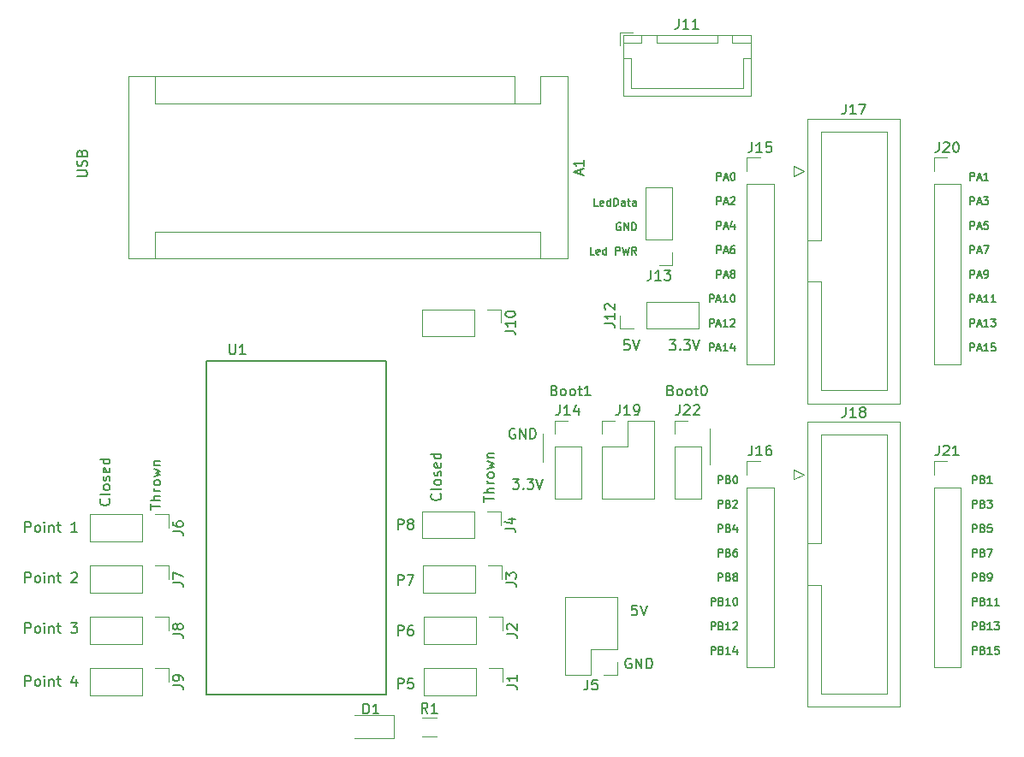
<source format=gbr>
G04 #@! TF.GenerationSoftware,KiCad,Pcbnew,5.99.0-unknown-dd99b2dc2f~142~ubuntu21.10.1*
G04 #@! TF.CreationDate,2021-10-27T13:54:22+02:00*
G04 #@! TF.ProjectId,Stm32F103Board,53746d33-3246-4313-9033-426f6172642e,rev?*
G04 #@! TF.SameCoordinates,Original*
G04 #@! TF.FileFunction,Legend,Top*
G04 #@! TF.FilePolarity,Positive*
%FSLAX46Y46*%
G04 Gerber Fmt 4.6, Leading zero omitted, Abs format (unit mm)*
G04 Created by KiCad (PCBNEW 5.99.0-unknown-dd99b2dc2f~142~ubuntu21.10.1) date 2021-10-27 13:54:22*
%MOMM*%
%LPD*%
G01*
G04 APERTURE LIST*
%ADD10C,0.150000*%
%ADD11C,0.120000*%
%ADD12C,0.127000*%
%ADD13O,1.700000X1.700000*%
%ADD14R,1.700000X1.700000*%
%ADD15C,1.879600*%
%ADD16C,2.700000*%
%ADD17C,1.700000*%
%ADD18O,1.700000X1.950000*%
%ADD19O,1.600000X1.600000*%
%ADD20R,1.600000X1.600000*%
G04 APERTURE END LIST*
D10*
X67188214Y-124952380D02*
X67188214Y-123952380D01*
X67569166Y-123952380D01*
X67664404Y-124000000D01*
X67712023Y-124047619D01*
X67759642Y-124142857D01*
X67759642Y-124285714D01*
X67712023Y-124380952D01*
X67664404Y-124428571D01*
X67569166Y-124476190D01*
X67188214Y-124476190D01*
X68616785Y-123952380D02*
X68426309Y-123952380D01*
X68331071Y-124000000D01*
X68283452Y-124047619D01*
X68188214Y-124190476D01*
X68140595Y-124380952D01*
X68140595Y-124761904D01*
X68188214Y-124857142D01*
X68235833Y-124904761D01*
X68331071Y-124952380D01*
X68521547Y-124952380D01*
X68616785Y-124904761D01*
X68664404Y-124857142D01*
X68712023Y-124761904D01*
X68712023Y-124523809D01*
X68664404Y-124428571D01*
X68616785Y-124380952D01*
X68521547Y-124333333D01*
X68331071Y-124333333D01*
X68235833Y-124380952D01*
X68188214Y-124428571D01*
X68140595Y-124523809D01*
X67188214Y-114452380D02*
X67188214Y-113452380D01*
X67569166Y-113452380D01*
X67664404Y-113500000D01*
X67712023Y-113547619D01*
X67759642Y-113642857D01*
X67759642Y-113785714D01*
X67712023Y-113880952D01*
X67664404Y-113928571D01*
X67569166Y-113976190D01*
X67188214Y-113976190D01*
X68331071Y-113880952D02*
X68235833Y-113833333D01*
X68188214Y-113785714D01*
X68140595Y-113690476D01*
X68140595Y-113642857D01*
X68188214Y-113547619D01*
X68235833Y-113500000D01*
X68331071Y-113452380D01*
X68521547Y-113452380D01*
X68616785Y-113500000D01*
X68664404Y-113547619D01*
X68712023Y-113642857D01*
X68712023Y-113690476D01*
X68664404Y-113785714D01*
X68616785Y-113833333D01*
X68521547Y-113880952D01*
X68331071Y-113880952D01*
X68235833Y-113928571D01*
X68188214Y-113976190D01*
X68140595Y-114071428D01*
X68140595Y-114261904D01*
X68188214Y-114357142D01*
X68235833Y-114404761D01*
X68331071Y-114452380D01*
X68521547Y-114452380D01*
X68616785Y-114404761D01*
X68664404Y-114357142D01*
X68712023Y-114261904D01*
X68712023Y-114071428D01*
X68664404Y-113976190D01*
X68616785Y-113928571D01*
X68521547Y-113880952D01*
X67188214Y-130202380D02*
X67188214Y-129202380D01*
X67569166Y-129202380D01*
X67664404Y-129250000D01*
X67712023Y-129297619D01*
X67759642Y-129392857D01*
X67759642Y-129535714D01*
X67712023Y-129630952D01*
X67664404Y-129678571D01*
X67569166Y-129726190D01*
X67188214Y-129726190D01*
X68664404Y-129202380D02*
X68188214Y-129202380D01*
X68140595Y-129678571D01*
X68188214Y-129630952D01*
X68283452Y-129583333D01*
X68521547Y-129583333D01*
X68616785Y-129630952D01*
X68664404Y-129678571D01*
X68712023Y-129773809D01*
X68712023Y-130011904D01*
X68664404Y-130107142D01*
X68616785Y-130154761D01*
X68521547Y-130202380D01*
X68283452Y-130202380D01*
X68188214Y-130154761D01*
X68140595Y-130107142D01*
X67188214Y-119952380D02*
X67188214Y-118952380D01*
X67569166Y-118952380D01*
X67664404Y-119000000D01*
X67712023Y-119047619D01*
X67759642Y-119142857D01*
X67759642Y-119285714D01*
X67712023Y-119380952D01*
X67664404Y-119428571D01*
X67569166Y-119476190D01*
X67188214Y-119476190D01*
X68092976Y-118952380D02*
X68759642Y-118952380D01*
X68331071Y-119952380D01*
X30319166Y-129952380D02*
X30319166Y-128952380D01*
X30700119Y-128952380D01*
X30795357Y-129000000D01*
X30842976Y-129047619D01*
X30890595Y-129142857D01*
X30890595Y-129285714D01*
X30842976Y-129380952D01*
X30795357Y-129428571D01*
X30700119Y-129476190D01*
X30319166Y-129476190D01*
X31462023Y-129952380D02*
X31366785Y-129904761D01*
X31319166Y-129857142D01*
X31271547Y-129761904D01*
X31271547Y-129476190D01*
X31319166Y-129380952D01*
X31366785Y-129333333D01*
X31462023Y-129285714D01*
X31604880Y-129285714D01*
X31700119Y-129333333D01*
X31747738Y-129380952D01*
X31795357Y-129476190D01*
X31795357Y-129761904D01*
X31747738Y-129857142D01*
X31700119Y-129904761D01*
X31604880Y-129952380D01*
X31462023Y-129952380D01*
X32223928Y-129952380D02*
X32223928Y-129285714D01*
X32223928Y-128952380D02*
X32176309Y-129000000D01*
X32223928Y-129047619D01*
X32271547Y-129000000D01*
X32223928Y-128952380D01*
X32223928Y-129047619D01*
X32700119Y-129285714D02*
X32700119Y-129952380D01*
X32700119Y-129380952D02*
X32747738Y-129333333D01*
X32842976Y-129285714D01*
X32985833Y-129285714D01*
X33081071Y-129333333D01*
X33128690Y-129428571D01*
X33128690Y-129952380D01*
X33462023Y-129285714D02*
X33842976Y-129285714D01*
X33604880Y-128952380D02*
X33604880Y-129809523D01*
X33652500Y-129904761D01*
X33747738Y-129952380D01*
X33842976Y-129952380D01*
X35366785Y-129285714D02*
X35366785Y-129952380D01*
X35128690Y-128904761D02*
X34890595Y-129619047D01*
X35509642Y-129619047D01*
X30319166Y-124702380D02*
X30319166Y-123702380D01*
X30700119Y-123702380D01*
X30795357Y-123750000D01*
X30842976Y-123797619D01*
X30890595Y-123892857D01*
X30890595Y-124035714D01*
X30842976Y-124130952D01*
X30795357Y-124178571D01*
X30700119Y-124226190D01*
X30319166Y-124226190D01*
X31462023Y-124702380D02*
X31366785Y-124654761D01*
X31319166Y-124607142D01*
X31271547Y-124511904D01*
X31271547Y-124226190D01*
X31319166Y-124130952D01*
X31366785Y-124083333D01*
X31462023Y-124035714D01*
X31604880Y-124035714D01*
X31700119Y-124083333D01*
X31747738Y-124130952D01*
X31795357Y-124226190D01*
X31795357Y-124511904D01*
X31747738Y-124607142D01*
X31700119Y-124654761D01*
X31604880Y-124702380D01*
X31462023Y-124702380D01*
X32223928Y-124702380D02*
X32223928Y-124035714D01*
X32223928Y-123702380D02*
X32176309Y-123750000D01*
X32223928Y-123797619D01*
X32271547Y-123750000D01*
X32223928Y-123702380D01*
X32223928Y-123797619D01*
X32700119Y-124035714D02*
X32700119Y-124702380D01*
X32700119Y-124130952D02*
X32747738Y-124083333D01*
X32842976Y-124035714D01*
X32985833Y-124035714D01*
X33081071Y-124083333D01*
X33128690Y-124178571D01*
X33128690Y-124702380D01*
X33462023Y-124035714D02*
X33842976Y-124035714D01*
X33604880Y-123702380D02*
X33604880Y-124559523D01*
X33652500Y-124654761D01*
X33747738Y-124702380D01*
X33842976Y-124702380D01*
X34842976Y-123702380D02*
X35462023Y-123702380D01*
X35128690Y-124083333D01*
X35271547Y-124083333D01*
X35366785Y-124130952D01*
X35414404Y-124178571D01*
X35462023Y-124273809D01*
X35462023Y-124511904D01*
X35414404Y-124607142D01*
X35366785Y-124654761D01*
X35271547Y-124702380D01*
X34985833Y-124702380D01*
X34890595Y-124654761D01*
X34842976Y-124607142D01*
X30319166Y-119702380D02*
X30319166Y-118702380D01*
X30700119Y-118702380D01*
X30795357Y-118750000D01*
X30842976Y-118797619D01*
X30890595Y-118892857D01*
X30890595Y-119035714D01*
X30842976Y-119130952D01*
X30795357Y-119178571D01*
X30700119Y-119226190D01*
X30319166Y-119226190D01*
X31462023Y-119702380D02*
X31366785Y-119654761D01*
X31319166Y-119607142D01*
X31271547Y-119511904D01*
X31271547Y-119226190D01*
X31319166Y-119130952D01*
X31366785Y-119083333D01*
X31462023Y-119035714D01*
X31604880Y-119035714D01*
X31700119Y-119083333D01*
X31747738Y-119130952D01*
X31795357Y-119226190D01*
X31795357Y-119511904D01*
X31747738Y-119607142D01*
X31700119Y-119654761D01*
X31604880Y-119702380D01*
X31462023Y-119702380D01*
X32223928Y-119702380D02*
X32223928Y-119035714D01*
X32223928Y-118702380D02*
X32176309Y-118750000D01*
X32223928Y-118797619D01*
X32271547Y-118750000D01*
X32223928Y-118702380D01*
X32223928Y-118797619D01*
X32700119Y-119035714D02*
X32700119Y-119702380D01*
X32700119Y-119130952D02*
X32747738Y-119083333D01*
X32842976Y-119035714D01*
X32985833Y-119035714D01*
X33081071Y-119083333D01*
X33128690Y-119178571D01*
X33128690Y-119702380D01*
X33462023Y-119035714D02*
X33842976Y-119035714D01*
X33604880Y-118702380D02*
X33604880Y-119559523D01*
X33652500Y-119654761D01*
X33747738Y-119702380D01*
X33842976Y-119702380D01*
X34890595Y-118797619D02*
X34938214Y-118750000D01*
X35033452Y-118702380D01*
X35271547Y-118702380D01*
X35366785Y-118750000D01*
X35414404Y-118797619D01*
X35462023Y-118892857D01*
X35462023Y-118988095D01*
X35414404Y-119130952D01*
X34842976Y-119702380D01*
X35462023Y-119702380D01*
X30319166Y-114702380D02*
X30319166Y-113702380D01*
X30700119Y-113702380D01*
X30795357Y-113750000D01*
X30842976Y-113797619D01*
X30890595Y-113892857D01*
X30890595Y-114035714D01*
X30842976Y-114130952D01*
X30795357Y-114178571D01*
X30700119Y-114226190D01*
X30319166Y-114226190D01*
X31462023Y-114702380D02*
X31366785Y-114654761D01*
X31319166Y-114607142D01*
X31271547Y-114511904D01*
X31271547Y-114226190D01*
X31319166Y-114130952D01*
X31366785Y-114083333D01*
X31462023Y-114035714D01*
X31604880Y-114035714D01*
X31700119Y-114083333D01*
X31747738Y-114130952D01*
X31795357Y-114226190D01*
X31795357Y-114511904D01*
X31747738Y-114607142D01*
X31700119Y-114654761D01*
X31604880Y-114702380D01*
X31462023Y-114702380D01*
X32223928Y-114702380D02*
X32223928Y-114035714D01*
X32223928Y-113702380D02*
X32176309Y-113750000D01*
X32223928Y-113797619D01*
X32271547Y-113750000D01*
X32223928Y-113702380D01*
X32223928Y-113797619D01*
X32700119Y-114035714D02*
X32700119Y-114702380D01*
X32700119Y-114130952D02*
X32747738Y-114083333D01*
X32842976Y-114035714D01*
X32985833Y-114035714D01*
X33081071Y-114083333D01*
X33128690Y-114178571D01*
X33128690Y-114702380D01*
X33462023Y-114035714D02*
X33842976Y-114035714D01*
X33604880Y-113702380D02*
X33604880Y-114559523D01*
X33652500Y-114654761D01*
X33747738Y-114702380D01*
X33842976Y-114702380D01*
X35462023Y-114702380D02*
X34890595Y-114702380D01*
X35176309Y-114702380D02*
X35176309Y-113702380D01*
X35081071Y-113845238D01*
X34985833Y-113940476D01*
X34890595Y-113988095D01*
X71357142Y-110940476D02*
X71404761Y-110988095D01*
X71452380Y-111130952D01*
X71452380Y-111226190D01*
X71404761Y-111369047D01*
X71309523Y-111464285D01*
X71214285Y-111511904D01*
X71023809Y-111559523D01*
X70880952Y-111559523D01*
X70690476Y-111511904D01*
X70595238Y-111464285D01*
X70500000Y-111369047D01*
X70452380Y-111226190D01*
X70452380Y-111130952D01*
X70500000Y-110988095D01*
X70547619Y-110940476D01*
X71452380Y-110369047D02*
X71404761Y-110464285D01*
X71309523Y-110511904D01*
X70452380Y-110511904D01*
X71452380Y-109845238D02*
X71404761Y-109940476D01*
X71357142Y-109988095D01*
X71261904Y-110035714D01*
X70976190Y-110035714D01*
X70880952Y-109988095D01*
X70833333Y-109940476D01*
X70785714Y-109845238D01*
X70785714Y-109702380D01*
X70833333Y-109607142D01*
X70880952Y-109559523D01*
X70976190Y-109511904D01*
X71261904Y-109511904D01*
X71357142Y-109559523D01*
X71404761Y-109607142D01*
X71452380Y-109702380D01*
X71452380Y-109845238D01*
X71404761Y-109130952D02*
X71452380Y-109035714D01*
X71452380Y-108845238D01*
X71404761Y-108750000D01*
X71309523Y-108702380D01*
X71261904Y-108702380D01*
X71166666Y-108750000D01*
X71119047Y-108845238D01*
X71119047Y-108988095D01*
X71071428Y-109083333D01*
X70976190Y-109130952D01*
X70928571Y-109130952D01*
X70833333Y-109083333D01*
X70785714Y-108988095D01*
X70785714Y-108845238D01*
X70833333Y-108750000D01*
X71404761Y-107892857D02*
X71452380Y-107988095D01*
X71452380Y-108178571D01*
X71404761Y-108273809D01*
X71309523Y-108321428D01*
X70928571Y-108321428D01*
X70833333Y-108273809D01*
X70785714Y-108178571D01*
X70785714Y-107988095D01*
X70833333Y-107892857D01*
X70928571Y-107845238D01*
X71023809Y-107845238D01*
X71119047Y-108321428D01*
X71452380Y-106988095D02*
X70452380Y-106988095D01*
X71404761Y-106988095D02*
X71452380Y-107083333D01*
X71452380Y-107273809D01*
X71404761Y-107369047D01*
X71357142Y-107416666D01*
X71261904Y-107464285D01*
X70976190Y-107464285D01*
X70880952Y-107416666D01*
X70833333Y-107369047D01*
X70785714Y-107273809D01*
X70785714Y-107083333D01*
X70833333Y-106988095D01*
X75702380Y-111726190D02*
X75702380Y-111154761D01*
X76702380Y-111440476D02*
X75702380Y-111440476D01*
X76702380Y-110821428D02*
X75702380Y-110821428D01*
X76702380Y-110392857D02*
X76178571Y-110392857D01*
X76083333Y-110440476D01*
X76035714Y-110535714D01*
X76035714Y-110678571D01*
X76083333Y-110773809D01*
X76130952Y-110821428D01*
X76702380Y-109916666D02*
X76035714Y-109916666D01*
X76226190Y-109916666D02*
X76130952Y-109869047D01*
X76083333Y-109821428D01*
X76035714Y-109726190D01*
X76035714Y-109630952D01*
X76702380Y-109154761D02*
X76654761Y-109250000D01*
X76607142Y-109297619D01*
X76511904Y-109345238D01*
X76226190Y-109345238D01*
X76130952Y-109297619D01*
X76083333Y-109250000D01*
X76035714Y-109154761D01*
X76035714Y-109011904D01*
X76083333Y-108916666D01*
X76130952Y-108869047D01*
X76226190Y-108821428D01*
X76511904Y-108821428D01*
X76607142Y-108869047D01*
X76654761Y-108916666D01*
X76702380Y-109011904D01*
X76702380Y-109154761D01*
X76035714Y-108488095D02*
X76702380Y-108297619D01*
X76226190Y-108107142D01*
X76702380Y-107916666D01*
X76035714Y-107726190D01*
X76035714Y-107345238D02*
X76702380Y-107345238D01*
X76130952Y-107345238D02*
X76083333Y-107297619D01*
X76035714Y-107202380D01*
X76035714Y-107059523D01*
X76083333Y-106964285D01*
X76178571Y-106916666D01*
X76702380Y-106916666D01*
X42702380Y-112476190D02*
X42702380Y-111904761D01*
X43702380Y-112190476D02*
X42702380Y-112190476D01*
X43702380Y-111571428D02*
X42702380Y-111571428D01*
X43702380Y-111142857D02*
X43178571Y-111142857D01*
X43083333Y-111190476D01*
X43035714Y-111285714D01*
X43035714Y-111428571D01*
X43083333Y-111523809D01*
X43130952Y-111571428D01*
X43702380Y-110666666D02*
X43035714Y-110666666D01*
X43226190Y-110666666D02*
X43130952Y-110619047D01*
X43083333Y-110571428D01*
X43035714Y-110476190D01*
X43035714Y-110380952D01*
X43702380Y-109904761D02*
X43654761Y-110000000D01*
X43607142Y-110047619D01*
X43511904Y-110095238D01*
X43226190Y-110095238D01*
X43130952Y-110047619D01*
X43083333Y-110000000D01*
X43035714Y-109904761D01*
X43035714Y-109761904D01*
X43083333Y-109666666D01*
X43130952Y-109619047D01*
X43226190Y-109571428D01*
X43511904Y-109571428D01*
X43607142Y-109619047D01*
X43654761Y-109666666D01*
X43702380Y-109761904D01*
X43702380Y-109904761D01*
X43035714Y-109238095D02*
X43702380Y-109047619D01*
X43226190Y-108857142D01*
X43702380Y-108666666D01*
X43035714Y-108476190D01*
X43035714Y-108095238D02*
X43702380Y-108095238D01*
X43130952Y-108095238D02*
X43083333Y-108047619D01*
X43035714Y-107952380D01*
X43035714Y-107809523D01*
X43083333Y-107714285D01*
X43178571Y-107666666D01*
X43702380Y-107666666D01*
X38607142Y-111440476D02*
X38654761Y-111488095D01*
X38702380Y-111630952D01*
X38702380Y-111726190D01*
X38654761Y-111869047D01*
X38559523Y-111964285D01*
X38464285Y-112011904D01*
X38273809Y-112059523D01*
X38130952Y-112059523D01*
X37940476Y-112011904D01*
X37845238Y-111964285D01*
X37750000Y-111869047D01*
X37702380Y-111726190D01*
X37702380Y-111630952D01*
X37750000Y-111488095D01*
X37797619Y-111440476D01*
X38702380Y-110869047D02*
X38654761Y-110964285D01*
X38559523Y-111011904D01*
X37702380Y-111011904D01*
X38702380Y-110345238D02*
X38654761Y-110440476D01*
X38607142Y-110488095D01*
X38511904Y-110535714D01*
X38226190Y-110535714D01*
X38130952Y-110488095D01*
X38083333Y-110440476D01*
X38035714Y-110345238D01*
X38035714Y-110202380D01*
X38083333Y-110107142D01*
X38130952Y-110059523D01*
X38226190Y-110011904D01*
X38511904Y-110011904D01*
X38607142Y-110059523D01*
X38654761Y-110107142D01*
X38702380Y-110202380D01*
X38702380Y-110345238D01*
X38654761Y-109630952D02*
X38702380Y-109535714D01*
X38702380Y-109345238D01*
X38654761Y-109250000D01*
X38559523Y-109202380D01*
X38511904Y-109202380D01*
X38416666Y-109250000D01*
X38369047Y-109345238D01*
X38369047Y-109488095D01*
X38321428Y-109583333D01*
X38226190Y-109630952D01*
X38178571Y-109630952D01*
X38083333Y-109583333D01*
X38035714Y-109488095D01*
X38035714Y-109345238D01*
X38083333Y-109250000D01*
X38654761Y-108392857D02*
X38702380Y-108488095D01*
X38702380Y-108678571D01*
X38654761Y-108773809D01*
X38559523Y-108821428D01*
X38178571Y-108821428D01*
X38083333Y-108773809D01*
X38035714Y-108678571D01*
X38035714Y-108488095D01*
X38083333Y-108392857D01*
X38178571Y-108345238D01*
X38273809Y-108345238D01*
X38369047Y-108821428D01*
X38702380Y-107488095D02*
X37702380Y-107488095D01*
X38654761Y-107488095D02*
X38702380Y-107583333D01*
X38702380Y-107773809D01*
X38654761Y-107869047D01*
X38607142Y-107916666D01*
X38511904Y-107964285D01*
X38226190Y-107964285D01*
X38130952Y-107916666D01*
X38083333Y-107869047D01*
X38035714Y-107773809D01*
X38035714Y-107583333D01*
X38083333Y-107488095D01*
X35452380Y-79511904D02*
X36261904Y-79511904D01*
X36357142Y-79464285D01*
X36404761Y-79416666D01*
X36452380Y-79321428D01*
X36452380Y-79130952D01*
X36404761Y-79035714D01*
X36357142Y-78988095D01*
X36261904Y-78940476D01*
X35452380Y-78940476D01*
X36404761Y-78511904D02*
X36452380Y-78369047D01*
X36452380Y-78130952D01*
X36404761Y-78035714D01*
X36357142Y-77988095D01*
X36261904Y-77940476D01*
X36166666Y-77940476D01*
X36071428Y-77988095D01*
X36023809Y-78035714D01*
X35976190Y-78130952D01*
X35928571Y-78321428D01*
X35880952Y-78416666D01*
X35833333Y-78464285D01*
X35738095Y-78511904D01*
X35642857Y-78511904D01*
X35547619Y-78464285D01*
X35500000Y-78416666D01*
X35452380Y-78321428D01*
X35452380Y-78083333D01*
X35500000Y-77940476D01*
X35928571Y-77178571D02*
X35976190Y-77035714D01*
X36023809Y-76988095D01*
X36119047Y-76940476D01*
X36261904Y-76940476D01*
X36357142Y-76988095D01*
X36404761Y-77035714D01*
X36452380Y-77130952D01*
X36452380Y-77511904D01*
X35452380Y-77511904D01*
X35452380Y-77178571D01*
X35500000Y-77083333D01*
X35547619Y-77035714D01*
X35642857Y-76988095D01*
X35738095Y-76988095D01*
X35833333Y-77035714D01*
X35880952Y-77083333D01*
X35928571Y-77178571D01*
X35928571Y-77511904D01*
X94023809Y-95702380D02*
X94642857Y-95702380D01*
X94309523Y-96083333D01*
X94452380Y-96083333D01*
X94547619Y-96130952D01*
X94595238Y-96178571D01*
X94642857Y-96273809D01*
X94642857Y-96511904D01*
X94595238Y-96607142D01*
X94547619Y-96654761D01*
X94452380Y-96702380D01*
X94166666Y-96702380D01*
X94071428Y-96654761D01*
X94023809Y-96607142D01*
X95071428Y-96607142D02*
X95119047Y-96654761D01*
X95071428Y-96702380D01*
X95023809Y-96654761D01*
X95071428Y-96607142D01*
X95071428Y-96702380D01*
X95452380Y-95702380D02*
X96071428Y-95702380D01*
X95738095Y-96083333D01*
X95880952Y-96083333D01*
X95976190Y-96130952D01*
X96023809Y-96178571D01*
X96071428Y-96273809D01*
X96071428Y-96511904D01*
X96023809Y-96607142D01*
X95976190Y-96654761D01*
X95880952Y-96702380D01*
X95595238Y-96702380D01*
X95500000Y-96654761D01*
X95452380Y-96607142D01*
X96357142Y-95702380D02*
X96690476Y-96702380D01*
X97023809Y-95702380D01*
X90059523Y-95702380D02*
X89583333Y-95702380D01*
X89535714Y-96178571D01*
X89583333Y-96130952D01*
X89678571Y-96083333D01*
X89916666Y-96083333D01*
X90011904Y-96130952D01*
X90059523Y-96178571D01*
X90107142Y-96273809D01*
X90107142Y-96511904D01*
X90059523Y-96607142D01*
X90011904Y-96654761D01*
X89916666Y-96702380D01*
X89678571Y-96702380D01*
X89583333Y-96654761D01*
X89535714Y-96607142D01*
X90392857Y-95702380D02*
X90726190Y-96702380D01*
X91059523Y-95702380D01*
X86973928Y-82424285D02*
X86616785Y-82424285D01*
X86616785Y-81674285D01*
X87509642Y-82388571D02*
X87438214Y-82424285D01*
X87295357Y-82424285D01*
X87223928Y-82388571D01*
X87188214Y-82317142D01*
X87188214Y-82031428D01*
X87223928Y-81960000D01*
X87295357Y-81924285D01*
X87438214Y-81924285D01*
X87509642Y-81960000D01*
X87545357Y-82031428D01*
X87545357Y-82102857D01*
X87188214Y-82174285D01*
X88188214Y-82424285D02*
X88188214Y-81674285D01*
X88188214Y-82388571D02*
X88116785Y-82424285D01*
X87973928Y-82424285D01*
X87902500Y-82388571D01*
X87866785Y-82352857D01*
X87831071Y-82281428D01*
X87831071Y-82067142D01*
X87866785Y-81995714D01*
X87902500Y-81960000D01*
X87973928Y-81924285D01*
X88116785Y-81924285D01*
X88188214Y-81960000D01*
X88545357Y-82424285D02*
X88545357Y-81674285D01*
X88723928Y-81674285D01*
X88831071Y-81710000D01*
X88902500Y-81781428D01*
X88938214Y-81852857D01*
X88973928Y-81995714D01*
X88973928Y-82102857D01*
X88938214Y-82245714D01*
X88902500Y-82317142D01*
X88831071Y-82388571D01*
X88723928Y-82424285D01*
X88545357Y-82424285D01*
X89616785Y-82424285D02*
X89616785Y-82031428D01*
X89581071Y-81960000D01*
X89509642Y-81924285D01*
X89366785Y-81924285D01*
X89295357Y-81960000D01*
X89616785Y-82388571D02*
X89545357Y-82424285D01*
X89366785Y-82424285D01*
X89295357Y-82388571D01*
X89259642Y-82317142D01*
X89259642Y-82245714D01*
X89295357Y-82174285D01*
X89366785Y-82138571D01*
X89545357Y-82138571D01*
X89616785Y-82102857D01*
X89866785Y-81924285D02*
X90152500Y-81924285D01*
X89973928Y-81674285D02*
X89973928Y-82317142D01*
X90009642Y-82388571D01*
X90081071Y-82424285D01*
X90152500Y-82424285D01*
X90723928Y-82424285D02*
X90723928Y-82031428D01*
X90688214Y-81960000D01*
X90616785Y-81924285D01*
X90473928Y-81924285D01*
X90402500Y-81960000D01*
X90723928Y-82388571D02*
X90652500Y-82424285D01*
X90473928Y-82424285D01*
X90402500Y-82388571D01*
X90366785Y-82317142D01*
X90366785Y-82245714D01*
X90402500Y-82174285D01*
X90473928Y-82138571D01*
X90652500Y-82138571D01*
X90723928Y-82102857D01*
X89188214Y-84125000D02*
X89116785Y-84089285D01*
X89009642Y-84089285D01*
X88902500Y-84125000D01*
X88831071Y-84196428D01*
X88795357Y-84267857D01*
X88759642Y-84410714D01*
X88759642Y-84517857D01*
X88795357Y-84660714D01*
X88831071Y-84732142D01*
X88902500Y-84803571D01*
X89009642Y-84839285D01*
X89081071Y-84839285D01*
X89188214Y-84803571D01*
X89223928Y-84767857D01*
X89223928Y-84517857D01*
X89081071Y-84517857D01*
X89545357Y-84839285D02*
X89545357Y-84089285D01*
X89973928Y-84839285D01*
X89973928Y-84089285D01*
X90331071Y-84839285D02*
X90331071Y-84089285D01*
X90509642Y-84089285D01*
X90616785Y-84125000D01*
X90688214Y-84196428D01*
X90723928Y-84267857D01*
X90759642Y-84410714D01*
X90759642Y-84517857D01*
X90723928Y-84660714D01*
X90688214Y-84732142D01*
X90616785Y-84803571D01*
X90509642Y-84839285D01*
X90331071Y-84839285D01*
X86581071Y-87254285D02*
X86223928Y-87254285D01*
X86223928Y-86504285D01*
X87116785Y-87218571D02*
X87045357Y-87254285D01*
X86902500Y-87254285D01*
X86831071Y-87218571D01*
X86795357Y-87147142D01*
X86795357Y-86861428D01*
X86831071Y-86790000D01*
X86902500Y-86754285D01*
X87045357Y-86754285D01*
X87116785Y-86790000D01*
X87152500Y-86861428D01*
X87152500Y-86932857D01*
X86795357Y-87004285D01*
X87795357Y-87254285D02*
X87795357Y-86504285D01*
X87795357Y-87218571D02*
X87723928Y-87254285D01*
X87581071Y-87254285D01*
X87509642Y-87218571D01*
X87473928Y-87182857D01*
X87438214Y-87111428D01*
X87438214Y-86897142D01*
X87473928Y-86825714D01*
X87509642Y-86790000D01*
X87581071Y-86754285D01*
X87723928Y-86754285D01*
X87795357Y-86790000D01*
X88723928Y-87254285D02*
X88723928Y-86504285D01*
X89009642Y-86504285D01*
X89081071Y-86540000D01*
X89116785Y-86575714D01*
X89152500Y-86647142D01*
X89152500Y-86754285D01*
X89116785Y-86825714D01*
X89081071Y-86861428D01*
X89009642Y-86897142D01*
X88723928Y-86897142D01*
X89402500Y-86504285D02*
X89581071Y-87254285D01*
X89723928Y-86718571D01*
X89866785Y-87254285D01*
X90045357Y-86504285D01*
X90759642Y-87254285D02*
X90509642Y-86897142D01*
X90331071Y-87254285D02*
X90331071Y-86504285D01*
X90616785Y-86504285D01*
X90688214Y-86540000D01*
X90723928Y-86575714D01*
X90759642Y-86647142D01*
X90759642Y-86754285D01*
X90723928Y-86825714D01*
X90688214Y-86861428D01*
X90616785Y-86897142D01*
X90331071Y-86897142D01*
X90809523Y-121952380D02*
X90333333Y-121952380D01*
X90285714Y-122428571D01*
X90333333Y-122380952D01*
X90428571Y-122333333D01*
X90666666Y-122333333D01*
X90761904Y-122380952D01*
X90809523Y-122428571D01*
X90857142Y-122523809D01*
X90857142Y-122761904D01*
X90809523Y-122857142D01*
X90761904Y-122904761D01*
X90666666Y-122952380D01*
X90428571Y-122952380D01*
X90333333Y-122904761D01*
X90285714Y-122857142D01*
X91142857Y-121952380D02*
X91476190Y-122952380D01*
X91809523Y-121952380D01*
X90238095Y-127250000D02*
X90142857Y-127202380D01*
X90000000Y-127202380D01*
X89857142Y-127250000D01*
X89761904Y-127345238D01*
X89714285Y-127440476D01*
X89666666Y-127630952D01*
X89666666Y-127773809D01*
X89714285Y-127964285D01*
X89761904Y-128059523D01*
X89857142Y-128154761D01*
X90000000Y-128202380D01*
X90095238Y-128202380D01*
X90238095Y-128154761D01*
X90285714Y-128107142D01*
X90285714Y-127773809D01*
X90095238Y-127773809D01*
X90714285Y-128202380D02*
X90714285Y-127202380D01*
X91285714Y-128202380D01*
X91285714Y-127202380D01*
X91761904Y-128202380D02*
X91761904Y-127202380D01*
X92000000Y-127202380D01*
X92142857Y-127250000D01*
X92238095Y-127345238D01*
X92285714Y-127440476D01*
X92333333Y-127630952D01*
X92333333Y-127773809D01*
X92285714Y-127964285D01*
X92238095Y-128059523D01*
X92142857Y-128154761D01*
X92000000Y-128202380D01*
X91761904Y-128202380D01*
X78523809Y-109452380D02*
X79142857Y-109452380D01*
X78809523Y-109833333D01*
X78952380Y-109833333D01*
X79047619Y-109880952D01*
X79095238Y-109928571D01*
X79142857Y-110023809D01*
X79142857Y-110261904D01*
X79095238Y-110357142D01*
X79047619Y-110404761D01*
X78952380Y-110452380D01*
X78666666Y-110452380D01*
X78571428Y-110404761D01*
X78523809Y-110357142D01*
X79571428Y-110357142D02*
X79619047Y-110404761D01*
X79571428Y-110452380D01*
X79523809Y-110404761D01*
X79571428Y-110357142D01*
X79571428Y-110452380D01*
X79952380Y-109452380D02*
X80571428Y-109452380D01*
X80238095Y-109833333D01*
X80380952Y-109833333D01*
X80476190Y-109880952D01*
X80523809Y-109928571D01*
X80571428Y-110023809D01*
X80571428Y-110261904D01*
X80523809Y-110357142D01*
X80476190Y-110404761D01*
X80380952Y-110452380D01*
X80095238Y-110452380D01*
X80000000Y-110404761D01*
X79952380Y-110357142D01*
X80857142Y-109452380D02*
X81190476Y-110452380D01*
X81523809Y-109452380D01*
X78738095Y-104500000D02*
X78642857Y-104452380D01*
X78500000Y-104452380D01*
X78357142Y-104500000D01*
X78261904Y-104595238D01*
X78214285Y-104690476D01*
X78166666Y-104880952D01*
X78166666Y-105023809D01*
X78214285Y-105214285D01*
X78261904Y-105309523D01*
X78357142Y-105404761D01*
X78500000Y-105452380D01*
X78595238Y-105452380D01*
X78738095Y-105404761D01*
X78785714Y-105357142D01*
X78785714Y-105023809D01*
X78595238Y-105023809D01*
X79214285Y-105452380D02*
X79214285Y-104452380D01*
X79785714Y-105452380D01*
X79785714Y-104452380D01*
X80261904Y-105452380D02*
X80261904Y-104452380D01*
X80500000Y-104452380D01*
X80642857Y-104500000D01*
X80738095Y-104595238D01*
X80785714Y-104690476D01*
X80833333Y-104880952D01*
X80833333Y-105023809D01*
X80785714Y-105214285D01*
X80738095Y-105309523D01*
X80642857Y-105404761D01*
X80500000Y-105452380D01*
X80261904Y-105452380D01*
D11*
X81500000Y-105000000D02*
X81500000Y-107750000D01*
X98000000Y-104500000D02*
X98000000Y-108000000D01*
D10*
X82654761Y-100678571D02*
X82797619Y-100726190D01*
X82845238Y-100773809D01*
X82892857Y-100869047D01*
X82892857Y-101011904D01*
X82845238Y-101107142D01*
X82797619Y-101154761D01*
X82702380Y-101202380D01*
X82321428Y-101202380D01*
X82321428Y-100202380D01*
X82654761Y-100202380D01*
X82750000Y-100250000D01*
X82797619Y-100297619D01*
X82845238Y-100392857D01*
X82845238Y-100488095D01*
X82797619Y-100583333D01*
X82750000Y-100630952D01*
X82654761Y-100678571D01*
X82321428Y-100678571D01*
X83464285Y-101202380D02*
X83369047Y-101154761D01*
X83321428Y-101107142D01*
X83273809Y-101011904D01*
X83273809Y-100726190D01*
X83321428Y-100630952D01*
X83369047Y-100583333D01*
X83464285Y-100535714D01*
X83607142Y-100535714D01*
X83702380Y-100583333D01*
X83750000Y-100630952D01*
X83797619Y-100726190D01*
X83797619Y-101011904D01*
X83750000Y-101107142D01*
X83702380Y-101154761D01*
X83607142Y-101202380D01*
X83464285Y-101202380D01*
X84369047Y-101202380D02*
X84273809Y-101154761D01*
X84226190Y-101107142D01*
X84178571Y-101011904D01*
X84178571Y-100726190D01*
X84226190Y-100630952D01*
X84273809Y-100583333D01*
X84369047Y-100535714D01*
X84511904Y-100535714D01*
X84607142Y-100583333D01*
X84654761Y-100630952D01*
X84702380Y-100726190D01*
X84702380Y-101011904D01*
X84654761Y-101107142D01*
X84607142Y-101154761D01*
X84511904Y-101202380D01*
X84369047Y-101202380D01*
X84988095Y-100535714D02*
X85369047Y-100535714D01*
X85130952Y-100202380D02*
X85130952Y-101059523D01*
X85178571Y-101154761D01*
X85273809Y-101202380D01*
X85369047Y-101202380D01*
X86226190Y-101202380D02*
X85654761Y-101202380D01*
X85940476Y-101202380D02*
X85940476Y-100202380D01*
X85845238Y-100345238D01*
X85750000Y-100440476D01*
X85654761Y-100488095D01*
X94154761Y-100678571D02*
X94297619Y-100726190D01*
X94345238Y-100773809D01*
X94392857Y-100869047D01*
X94392857Y-101011904D01*
X94345238Y-101107142D01*
X94297619Y-101154761D01*
X94202380Y-101202380D01*
X93821428Y-101202380D01*
X93821428Y-100202380D01*
X94154761Y-100202380D01*
X94250000Y-100250000D01*
X94297619Y-100297619D01*
X94345238Y-100392857D01*
X94345238Y-100488095D01*
X94297619Y-100583333D01*
X94250000Y-100630952D01*
X94154761Y-100678571D01*
X93821428Y-100678571D01*
X94964285Y-101202380D02*
X94869047Y-101154761D01*
X94821428Y-101107142D01*
X94773809Y-101011904D01*
X94773809Y-100726190D01*
X94821428Y-100630952D01*
X94869047Y-100583333D01*
X94964285Y-100535714D01*
X95107142Y-100535714D01*
X95202380Y-100583333D01*
X95250000Y-100630952D01*
X95297619Y-100726190D01*
X95297619Y-101011904D01*
X95250000Y-101107142D01*
X95202380Y-101154761D01*
X95107142Y-101202380D01*
X94964285Y-101202380D01*
X95869047Y-101202380D02*
X95773809Y-101154761D01*
X95726190Y-101107142D01*
X95678571Y-101011904D01*
X95678571Y-100726190D01*
X95726190Y-100630952D01*
X95773809Y-100583333D01*
X95869047Y-100535714D01*
X96011904Y-100535714D01*
X96107142Y-100583333D01*
X96154761Y-100630952D01*
X96202380Y-100726190D01*
X96202380Y-101011904D01*
X96154761Y-101107142D01*
X96107142Y-101154761D01*
X96011904Y-101202380D01*
X95869047Y-101202380D01*
X96488095Y-100535714D02*
X96869047Y-100535714D01*
X96630952Y-100202380D02*
X96630952Y-101059523D01*
X96678571Y-101154761D01*
X96773809Y-101202380D01*
X96869047Y-101202380D01*
X97392857Y-100202380D02*
X97488095Y-100202380D01*
X97583333Y-100250000D01*
X97630952Y-100297619D01*
X97678571Y-100392857D01*
X97726190Y-100583333D01*
X97726190Y-100821428D01*
X97678571Y-101011904D01*
X97630952Y-101107142D01*
X97583333Y-101154761D01*
X97488095Y-101202380D01*
X97392857Y-101202380D01*
X97297619Y-101154761D01*
X97250000Y-101107142D01*
X97202380Y-101011904D01*
X97154761Y-100821428D01*
X97154761Y-100583333D01*
X97202380Y-100392857D01*
X97250000Y-100297619D01*
X97297619Y-100250000D01*
X97392857Y-100202380D01*
X98723928Y-79886785D02*
X98723928Y-79136785D01*
X99009642Y-79136785D01*
X99081071Y-79172500D01*
X99116785Y-79208214D01*
X99152500Y-79279642D01*
X99152500Y-79386785D01*
X99116785Y-79458214D01*
X99081071Y-79493928D01*
X99009642Y-79529642D01*
X98723928Y-79529642D01*
X99438214Y-79672500D02*
X99795357Y-79672500D01*
X99366785Y-79886785D02*
X99616785Y-79136785D01*
X99866785Y-79886785D01*
X100259642Y-79136785D02*
X100331071Y-79136785D01*
X100402500Y-79172500D01*
X100438214Y-79208214D01*
X100473928Y-79279642D01*
X100509642Y-79422500D01*
X100509642Y-79601071D01*
X100473928Y-79743928D01*
X100438214Y-79815357D01*
X100402500Y-79851071D01*
X100331071Y-79886785D01*
X100259642Y-79886785D01*
X100188214Y-79851071D01*
X100152500Y-79815357D01*
X100116785Y-79743928D01*
X100081071Y-79601071D01*
X100081071Y-79422500D01*
X100116785Y-79279642D01*
X100152500Y-79208214D01*
X100188214Y-79172500D01*
X100259642Y-79136785D01*
X98723928Y-82301785D02*
X98723928Y-81551785D01*
X99009642Y-81551785D01*
X99081071Y-81587500D01*
X99116785Y-81623214D01*
X99152500Y-81694642D01*
X99152500Y-81801785D01*
X99116785Y-81873214D01*
X99081071Y-81908928D01*
X99009642Y-81944642D01*
X98723928Y-81944642D01*
X99438214Y-82087500D02*
X99795357Y-82087500D01*
X99366785Y-82301785D02*
X99616785Y-81551785D01*
X99866785Y-82301785D01*
X100081071Y-81623214D02*
X100116785Y-81587500D01*
X100188214Y-81551785D01*
X100366785Y-81551785D01*
X100438214Y-81587500D01*
X100473928Y-81623214D01*
X100509642Y-81694642D01*
X100509642Y-81766071D01*
X100473928Y-81873214D01*
X100045357Y-82301785D01*
X100509642Y-82301785D01*
X98723928Y-84716785D02*
X98723928Y-83966785D01*
X99009642Y-83966785D01*
X99081071Y-84002500D01*
X99116785Y-84038214D01*
X99152500Y-84109642D01*
X99152500Y-84216785D01*
X99116785Y-84288214D01*
X99081071Y-84323928D01*
X99009642Y-84359642D01*
X98723928Y-84359642D01*
X99438214Y-84502500D02*
X99795357Y-84502500D01*
X99366785Y-84716785D02*
X99616785Y-83966785D01*
X99866785Y-84716785D01*
X100438214Y-84216785D02*
X100438214Y-84716785D01*
X100259642Y-83931071D02*
X100081071Y-84466785D01*
X100545357Y-84466785D01*
X98723928Y-87131785D02*
X98723928Y-86381785D01*
X99009642Y-86381785D01*
X99081071Y-86417500D01*
X99116785Y-86453214D01*
X99152500Y-86524642D01*
X99152500Y-86631785D01*
X99116785Y-86703214D01*
X99081071Y-86738928D01*
X99009642Y-86774642D01*
X98723928Y-86774642D01*
X99438214Y-86917500D02*
X99795357Y-86917500D01*
X99366785Y-87131785D02*
X99616785Y-86381785D01*
X99866785Y-87131785D01*
X100438214Y-86381785D02*
X100295357Y-86381785D01*
X100223928Y-86417500D01*
X100188214Y-86453214D01*
X100116785Y-86560357D01*
X100081071Y-86703214D01*
X100081071Y-86988928D01*
X100116785Y-87060357D01*
X100152500Y-87096071D01*
X100223928Y-87131785D01*
X100366785Y-87131785D01*
X100438214Y-87096071D01*
X100473928Y-87060357D01*
X100509642Y-86988928D01*
X100509642Y-86810357D01*
X100473928Y-86738928D01*
X100438214Y-86703214D01*
X100366785Y-86667500D01*
X100223928Y-86667500D01*
X100152500Y-86703214D01*
X100116785Y-86738928D01*
X100081071Y-86810357D01*
X98723928Y-89546785D02*
X98723928Y-88796785D01*
X99009642Y-88796785D01*
X99081071Y-88832500D01*
X99116785Y-88868214D01*
X99152500Y-88939642D01*
X99152500Y-89046785D01*
X99116785Y-89118214D01*
X99081071Y-89153928D01*
X99009642Y-89189642D01*
X98723928Y-89189642D01*
X99438214Y-89332500D02*
X99795357Y-89332500D01*
X99366785Y-89546785D02*
X99616785Y-88796785D01*
X99866785Y-89546785D01*
X100223928Y-89118214D02*
X100152500Y-89082500D01*
X100116785Y-89046785D01*
X100081071Y-88975357D01*
X100081071Y-88939642D01*
X100116785Y-88868214D01*
X100152500Y-88832500D01*
X100223928Y-88796785D01*
X100366785Y-88796785D01*
X100438214Y-88832500D01*
X100473928Y-88868214D01*
X100509642Y-88939642D01*
X100509642Y-88975357D01*
X100473928Y-89046785D01*
X100438214Y-89082500D01*
X100366785Y-89118214D01*
X100223928Y-89118214D01*
X100152500Y-89153928D01*
X100116785Y-89189642D01*
X100081071Y-89261071D01*
X100081071Y-89403928D01*
X100116785Y-89475357D01*
X100152500Y-89511071D01*
X100223928Y-89546785D01*
X100366785Y-89546785D01*
X100438214Y-89511071D01*
X100473928Y-89475357D01*
X100509642Y-89403928D01*
X100509642Y-89261071D01*
X100473928Y-89189642D01*
X100438214Y-89153928D01*
X100366785Y-89118214D01*
X98009642Y-91961785D02*
X98009642Y-91211785D01*
X98295357Y-91211785D01*
X98366785Y-91247500D01*
X98402500Y-91283214D01*
X98438214Y-91354642D01*
X98438214Y-91461785D01*
X98402500Y-91533214D01*
X98366785Y-91568928D01*
X98295357Y-91604642D01*
X98009642Y-91604642D01*
X98723928Y-91747500D02*
X99081071Y-91747500D01*
X98652500Y-91961785D02*
X98902500Y-91211785D01*
X99152500Y-91961785D01*
X99795357Y-91961785D02*
X99366785Y-91961785D01*
X99581071Y-91961785D02*
X99581071Y-91211785D01*
X99509642Y-91318928D01*
X99438214Y-91390357D01*
X99366785Y-91426071D01*
X100259642Y-91211785D02*
X100331071Y-91211785D01*
X100402500Y-91247500D01*
X100438214Y-91283214D01*
X100473928Y-91354642D01*
X100509642Y-91497500D01*
X100509642Y-91676071D01*
X100473928Y-91818928D01*
X100438214Y-91890357D01*
X100402500Y-91926071D01*
X100331071Y-91961785D01*
X100259642Y-91961785D01*
X100188214Y-91926071D01*
X100152500Y-91890357D01*
X100116785Y-91818928D01*
X100081071Y-91676071D01*
X100081071Y-91497500D01*
X100116785Y-91354642D01*
X100152500Y-91283214D01*
X100188214Y-91247500D01*
X100259642Y-91211785D01*
X98009642Y-94376785D02*
X98009642Y-93626785D01*
X98295357Y-93626785D01*
X98366785Y-93662500D01*
X98402500Y-93698214D01*
X98438214Y-93769642D01*
X98438214Y-93876785D01*
X98402500Y-93948214D01*
X98366785Y-93983928D01*
X98295357Y-94019642D01*
X98009642Y-94019642D01*
X98723928Y-94162500D02*
X99081071Y-94162500D01*
X98652500Y-94376785D02*
X98902500Y-93626785D01*
X99152500Y-94376785D01*
X99795357Y-94376785D02*
X99366785Y-94376785D01*
X99581071Y-94376785D02*
X99581071Y-93626785D01*
X99509642Y-93733928D01*
X99438214Y-93805357D01*
X99366785Y-93841071D01*
X100081071Y-93698214D02*
X100116785Y-93662500D01*
X100188214Y-93626785D01*
X100366785Y-93626785D01*
X100438214Y-93662500D01*
X100473928Y-93698214D01*
X100509642Y-93769642D01*
X100509642Y-93841071D01*
X100473928Y-93948214D01*
X100045357Y-94376785D01*
X100509642Y-94376785D01*
X98009642Y-96791785D02*
X98009642Y-96041785D01*
X98295357Y-96041785D01*
X98366785Y-96077500D01*
X98402500Y-96113214D01*
X98438214Y-96184642D01*
X98438214Y-96291785D01*
X98402500Y-96363214D01*
X98366785Y-96398928D01*
X98295357Y-96434642D01*
X98009642Y-96434642D01*
X98723928Y-96577500D02*
X99081071Y-96577500D01*
X98652500Y-96791785D02*
X98902500Y-96041785D01*
X99152500Y-96791785D01*
X99795357Y-96791785D02*
X99366785Y-96791785D01*
X99581071Y-96791785D02*
X99581071Y-96041785D01*
X99509642Y-96148928D01*
X99438214Y-96220357D01*
X99366785Y-96256071D01*
X100438214Y-96291785D02*
X100438214Y-96791785D01*
X100259642Y-96006071D02*
X100081071Y-96541785D01*
X100545357Y-96541785D01*
X123776071Y-79886785D02*
X123776071Y-79136785D01*
X124061785Y-79136785D01*
X124133214Y-79172500D01*
X124168928Y-79208214D01*
X124204642Y-79279642D01*
X124204642Y-79386785D01*
X124168928Y-79458214D01*
X124133214Y-79493928D01*
X124061785Y-79529642D01*
X123776071Y-79529642D01*
X124490357Y-79672500D02*
X124847500Y-79672500D01*
X124418928Y-79886785D02*
X124668928Y-79136785D01*
X124918928Y-79886785D01*
X125561785Y-79886785D02*
X125133214Y-79886785D01*
X125347500Y-79886785D02*
X125347500Y-79136785D01*
X125276071Y-79243928D01*
X125204642Y-79315357D01*
X125133214Y-79351071D01*
X123776071Y-82301785D02*
X123776071Y-81551785D01*
X124061785Y-81551785D01*
X124133214Y-81587500D01*
X124168928Y-81623214D01*
X124204642Y-81694642D01*
X124204642Y-81801785D01*
X124168928Y-81873214D01*
X124133214Y-81908928D01*
X124061785Y-81944642D01*
X123776071Y-81944642D01*
X124490357Y-82087500D02*
X124847500Y-82087500D01*
X124418928Y-82301785D02*
X124668928Y-81551785D01*
X124918928Y-82301785D01*
X125097500Y-81551785D02*
X125561785Y-81551785D01*
X125311785Y-81837500D01*
X125418928Y-81837500D01*
X125490357Y-81873214D01*
X125526071Y-81908928D01*
X125561785Y-81980357D01*
X125561785Y-82158928D01*
X125526071Y-82230357D01*
X125490357Y-82266071D01*
X125418928Y-82301785D01*
X125204642Y-82301785D01*
X125133214Y-82266071D01*
X125097500Y-82230357D01*
X123776071Y-84716785D02*
X123776071Y-83966785D01*
X124061785Y-83966785D01*
X124133214Y-84002500D01*
X124168928Y-84038214D01*
X124204642Y-84109642D01*
X124204642Y-84216785D01*
X124168928Y-84288214D01*
X124133214Y-84323928D01*
X124061785Y-84359642D01*
X123776071Y-84359642D01*
X124490357Y-84502500D02*
X124847500Y-84502500D01*
X124418928Y-84716785D02*
X124668928Y-83966785D01*
X124918928Y-84716785D01*
X125526071Y-83966785D02*
X125168928Y-83966785D01*
X125133214Y-84323928D01*
X125168928Y-84288214D01*
X125240357Y-84252500D01*
X125418928Y-84252500D01*
X125490357Y-84288214D01*
X125526071Y-84323928D01*
X125561785Y-84395357D01*
X125561785Y-84573928D01*
X125526071Y-84645357D01*
X125490357Y-84681071D01*
X125418928Y-84716785D01*
X125240357Y-84716785D01*
X125168928Y-84681071D01*
X125133214Y-84645357D01*
X123776071Y-87131785D02*
X123776071Y-86381785D01*
X124061785Y-86381785D01*
X124133214Y-86417500D01*
X124168928Y-86453214D01*
X124204642Y-86524642D01*
X124204642Y-86631785D01*
X124168928Y-86703214D01*
X124133214Y-86738928D01*
X124061785Y-86774642D01*
X123776071Y-86774642D01*
X124490357Y-86917500D02*
X124847500Y-86917500D01*
X124418928Y-87131785D02*
X124668928Y-86381785D01*
X124918928Y-87131785D01*
X125097500Y-86381785D02*
X125597500Y-86381785D01*
X125276071Y-87131785D01*
X123776071Y-89546785D02*
X123776071Y-88796785D01*
X124061785Y-88796785D01*
X124133214Y-88832500D01*
X124168928Y-88868214D01*
X124204642Y-88939642D01*
X124204642Y-89046785D01*
X124168928Y-89118214D01*
X124133214Y-89153928D01*
X124061785Y-89189642D01*
X123776071Y-89189642D01*
X124490357Y-89332500D02*
X124847500Y-89332500D01*
X124418928Y-89546785D02*
X124668928Y-88796785D01*
X124918928Y-89546785D01*
X125204642Y-89546785D02*
X125347500Y-89546785D01*
X125418928Y-89511071D01*
X125454642Y-89475357D01*
X125526071Y-89368214D01*
X125561785Y-89225357D01*
X125561785Y-88939642D01*
X125526071Y-88868214D01*
X125490357Y-88832500D01*
X125418928Y-88796785D01*
X125276071Y-88796785D01*
X125204642Y-88832500D01*
X125168928Y-88868214D01*
X125133214Y-88939642D01*
X125133214Y-89118214D01*
X125168928Y-89189642D01*
X125204642Y-89225357D01*
X125276071Y-89261071D01*
X125418928Y-89261071D01*
X125490357Y-89225357D01*
X125526071Y-89189642D01*
X125561785Y-89118214D01*
X123776071Y-91961785D02*
X123776071Y-91211785D01*
X124061785Y-91211785D01*
X124133214Y-91247500D01*
X124168928Y-91283214D01*
X124204642Y-91354642D01*
X124204642Y-91461785D01*
X124168928Y-91533214D01*
X124133214Y-91568928D01*
X124061785Y-91604642D01*
X123776071Y-91604642D01*
X124490357Y-91747500D02*
X124847500Y-91747500D01*
X124418928Y-91961785D02*
X124668928Y-91211785D01*
X124918928Y-91961785D01*
X125561785Y-91961785D02*
X125133214Y-91961785D01*
X125347500Y-91961785D02*
X125347500Y-91211785D01*
X125276071Y-91318928D01*
X125204642Y-91390357D01*
X125133214Y-91426071D01*
X126276071Y-91961785D02*
X125847500Y-91961785D01*
X126061785Y-91961785D02*
X126061785Y-91211785D01*
X125990357Y-91318928D01*
X125918928Y-91390357D01*
X125847500Y-91426071D01*
X123776071Y-94376785D02*
X123776071Y-93626785D01*
X124061785Y-93626785D01*
X124133214Y-93662500D01*
X124168928Y-93698214D01*
X124204642Y-93769642D01*
X124204642Y-93876785D01*
X124168928Y-93948214D01*
X124133214Y-93983928D01*
X124061785Y-94019642D01*
X123776071Y-94019642D01*
X124490357Y-94162500D02*
X124847500Y-94162500D01*
X124418928Y-94376785D02*
X124668928Y-93626785D01*
X124918928Y-94376785D01*
X125561785Y-94376785D02*
X125133214Y-94376785D01*
X125347500Y-94376785D02*
X125347500Y-93626785D01*
X125276071Y-93733928D01*
X125204642Y-93805357D01*
X125133214Y-93841071D01*
X125811785Y-93626785D02*
X126276071Y-93626785D01*
X126026071Y-93912500D01*
X126133214Y-93912500D01*
X126204642Y-93948214D01*
X126240357Y-93983928D01*
X126276071Y-94055357D01*
X126276071Y-94233928D01*
X126240357Y-94305357D01*
X126204642Y-94341071D01*
X126133214Y-94376785D01*
X125918928Y-94376785D01*
X125847500Y-94341071D01*
X125811785Y-94305357D01*
X123776071Y-96791785D02*
X123776071Y-96041785D01*
X124061785Y-96041785D01*
X124133214Y-96077500D01*
X124168928Y-96113214D01*
X124204642Y-96184642D01*
X124204642Y-96291785D01*
X124168928Y-96363214D01*
X124133214Y-96398928D01*
X124061785Y-96434642D01*
X123776071Y-96434642D01*
X124490357Y-96577500D02*
X124847500Y-96577500D01*
X124418928Y-96791785D02*
X124668928Y-96041785D01*
X124918928Y-96791785D01*
X125561785Y-96791785D02*
X125133214Y-96791785D01*
X125347500Y-96791785D02*
X125347500Y-96041785D01*
X125276071Y-96148928D01*
X125204642Y-96220357D01*
X125133214Y-96256071D01*
X126240357Y-96041785D02*
X125883214Y-96041785D01*
X125847500Y-96398928D01*
X125883214Y-96363214D01*
X125954642Y-96327500D01*
X126133214Y-96327500D01*
X126204642Y-96363214D01*
X126240357Y-96398928D01*
X126276071Y-96470357D01*
X126276071Y-96648928D01*
X126240357Y-96720357D01*
X126204642Y-96756071D01*
X126133214Y-96791785D01*
X125954642Y-96791785D01*
X125883214Y-96756071D01*
X125847500Y-96720357D01*
X98866785Y-109886785D02*
X98866785Y-109136785D01*
X99152500Y-109136785D01*
X99223928Y-109172500D01*
X99259642Y-109208214D01*
X99295357Y-109279642D01*
X99295357Y-109386785D01*
X99259642Y-109458214D01*
X99223928Y-109493928D01*
X99152500Y-109529642D01*
X98866785Y-109529642D01*
X99866785Y-109493928D02*
X99973928Y-109529642D01*
X100009642Y-109565357D01*
X100045357Y-109636785D01*
X100045357Y-109743928D01*
X100009642Y-109815357D01*
X99973928Y-109851071D01*
X99902500Y-109886785D01*
X99616785Y-109886785D01*
X99616785Y-109136785D01*
X99866785Y-109136785D01*
X99938214Y-109172500D01*
X99973928Y-109208214D01*
X100009642Y-109279642D01*
X100009642Y-109351071D01*
X99973928Y-109422500D01*
X99938214Y-109458214D01*
X99866785Y-109493928D01*
X99616785Y-109493928D01*
X100509642Y-109136785D02*
X100581071Y-109136785D01*
X100652500Y-109172500D01*
X100688214Y-109208214D01*
X100723928Y-109279642D01*
X100759642Y-109422500D01*
X100759642Y-109601071D01*
X100723928Y-109743928D01*
X100688214Y-109815357D01*
X100652500Y-109851071D01*
X100581071Y-109886785D01*
X100509642Y-109886785D01*
X100438214Y-109851071D01*
X100402500Y-109815357D01*
X100366785Y-109743928D01*
X100331071Y-109601071D01*
X100331071Y-109422500D01*
X100366785Y-109279642D01*
X100402500Y-109208214D01*
X100438214Y-109172500D01*
X100509642Y-109136785D01*
X98866785Y-112301785D02*
X98866785Y-111551785D01*
X99152500Y-111551785D01*
X99223928Y-111587500D01*
X99259642Y-111623214D01*
X99295357Y-111694642D01*
X99295357Y-111801785D01*
X99259642Y-111873214D01*
X99223928Y-111908928D01*
X99152500Y-111944642D01*
X98866785Y-111944642D01*
X99866785Y-111908928D02*
X99973928Y-111944642D01*
X100009642Y-111980357D01*
X100045357Y-112051785D01*
X100045357Y-112158928D01*
X100009642Y-112230357D01*
X99973928Y-112266071D01*
X99902500Y-112301785D01*
X99616785Y-112301785D01*
X99616785Y-111551785D01*
X99866785Y-111551785D01*
X99938214Y-111587500D01*
X99973928Y-111623214D01*
X100009642Y-111694642D01*
X100009642Y-111766071D01*
X99973928Y-111837500D01*
X99938214Y-111873214D01*
X99866785Y-111908928D01*
X99616785Y-111908928D01*
X100331071Y-111623214D02*
X100366785Y-111587500D01*
X100438214Y-111551785D01*
X100616785Y-111551785D01*
X100688214Y-111587500D01*
X100723928Y-111623214D01*
X100759642Y-111694642D01*
X100759642Y-111766071D01*
X100723928Y-111873214D01*
X100295357Y-112301785D01*
X100759642Y-112301785D01*
X98866785Y-114716785D02*
X98866785Y-113966785D01*
X99152500Y-113966785D01*
X99223928Y-114002500D01*
X99259642Y-114038214D01*
X99295357Y-114109642D01*
X99295357Y-114216785D01*
X99259642Y-114288214D01*
X99223928Y-114323928D01*
X99152500Y-114359642D01*
X98866785Y-114359642D01*
X99866785Y-114323928D02*
X99973928Y-114359642D01*
X100009642Y-114395357D01*
X100045357Y-114466785D01*
X100045357Y-114573928D01*
X100009642Y-114645357D01*
X99973928Y-114681071D01*
X99902500Y-114716785D01*
X99616785Y-114716785D01*
X99616785Y-113966785D01*
X99866785Y-113966785D01*
X99938214Y-114002500D01*
X99973928Y-114038214D01*
X100009642Y-114109642D01*
X100009642Y-114181071D01*
X99973928Y-114252500D01*
X99938214Y-114288214D01*
X99866785Y-114323928D01*
X99616785Y-114323928D01*
X100688214Y-114216785D02*
X100688214Y-114716785D01*
X100509642Y-113931071D02*
X100331071Y-114466785D01*
X100795357Y-114466785D01*
X98866785Y-117131785D02*
X98866785Y-116381785D01*
X99152500Y-116381785D01*
X99223928Y-116417500D01*
X99259642Y-116453214D01*
X99295357Y-116524642D01*
X99295357Y-116631785D01*
X99259642Y-116703214D01*
X99223928Y-116738928D01*
X99152500Y-116774642D01*
X98866785Y-116774642D01*
X99866785Y-116738928D02*
X99973928Y-116774642D01*
X100009642Y-116810357D01*
X100045357Y-116881785D01*
X100045357Y-116988928D01*
X100009642Y-117060357D01*
X99973928Y-117096071D01*
X99902500Y-117131785D01*
X99616785Y-117131785D01*
X99616785Y-116381785D01*
X99866785Y-116381785D01*
X99938214Y-116417500D01*
X99973928Y-116453214D01*
X100009642Y-116524642D01*
X100009642Y-116596071D01*
X99973928Y-116667500D01*
X99938214Y-116703214D01*
X99866785Y-116738928D01*
X99616785Y-116738928D01*
X100688214Y-116381785D02*
X100545357Y-116381785D01*
X100473928Y-116417500D01*
X100438214Y-116453214D01*
X100366785Y-116560357D01*
X100331071Y-116703214D01*
X100331071Y-116988928D01*
X100366785Y-117060357D01*
X100402500Y-117096071D01*
X100473928Y-117131785D01*
X100616785Y-117131785D01*
X100688214Y-117096071D01*
X100723928Y-117060357D01*
X100759642Y-116988928D01*
X100759642Y-116810357D01*
X100723928Y-116738928D01*
X100688214Y-116703214D01*
X100616785Y-116667500D01*
X100473928Y-116667500D01*
X100402500Y-116703214D01*
X100366785Y-116738928D01*
X100331071Y-116810357D01*
X98866785Y-119546785D02*
X98866785Y-118796785D01*
X99152500Y-118796785D01*
X99223928Y-118832500D01*
X99259642Y-118868214D01*
X99295357Y-118939642D01*
X99295357Y-119046785D01*
X99259642Y-119118214D01*
X99223928Y-119153928D01*
X99152500Y-119189642D01*
X98866785Y-119189642D01*
X99866785Y-119153928D02*
X99973928Y-119189642D01*
X100009642Y-119225357D01*
X100045357Y-119296785D01*
X100045357Y-119403928D01*
X100009642Y-119475357D01*
X99973928Y-119511071D01*
X99902500Y-119546785D01*
X99616785Y-119546785D01*
X99616785Y-118796785D01*
X99866785Y-118796785D01*
X99938214Y-118832500D01*
X99973928Y-118868214D01*
X100009642Y-118939642D01*
X100009642Y-119011071D01*
X99973928Y-119082500D01*
X99938214Y-119118214D01*
X99866785Y-119153928D01*
X99616785Y-119153928D01*
X100473928Y-119118214D02*
X100402500Y-119082500D01*
X100366785Y-119046785D01*
X100331071Y-118975357D01*
X100331071Y-118939642D01*
X100366785Y-118868214D01*
X100402500Y-118832500D01*
X100473928Y-118796785D01*
X100616785Y-118796785D01*
X100688214Y-118832500D01*
X100723928Y-118868214D01*
X100759642Y-118939642D01*
X100759642Y-118975357D01*
X100723928Y-119046785D01*
X100688214Y-119082500D01*
X100616785Y-119118214D01*
X100473928Y-119118214D01*
X100402500Y-119153928D01*
X100366785Y-119189642D01*
X100331071Y-119261071D01*
X100331071Y-119403928D01*
X100366785Y-119475357D01*
X100402500Y-119511071D01*
X100473928Y-119546785D01*
X100616785Y-119546785D01*
X100688214Y-119511071D01*
X100723928Y-119475357D01*
X100759642Y-119403928D01*
X100759642Y-119261071D01*
X100723928Y-119189642D01*
X100688214Y-119153928D01*
X100616785Y-119118214D01*
X98152500Y-121961785D02*
X98152500Y-121211785D01*
X98438214Y-121211785D01*
X98509642Y-121247500D01*
X98545357Y-121283214D01*
X98581071Y-121354642D01*
X98581071Y-121461785D01*
X98545357Y-121533214D01*
X98509642Y-121568928D01*
X98438214Y-121604642D01*
X98152500Y-121604642D01*
X99152500Y-121568928D02*
X99259642Y-121604642D01*
X99295357Y-121640357D01*
X99331071Y-121711785D01*
X99331071Y-121818928D01*
X99295357Y-121890357D01*
X99259642Y-121926071D01*
X99188214Y-121961785D01*
X98902500Y-121961785D01*
X98902500Y-121211785D01*
X99152500Y-121211785D01*
X99223928Y-121247500D01*
X99259642Y-121283214D01*
X99295357Y-121354642D01*
X99295357Y-121426071D01*
X99259642Y-121497500D01*
X99223928Y-121533214D01*
X99152500Y-121568928D01*
X98902500Y-121568928D01*
X100045357Y-121961785D02*
X99616785Y-121961785D01*
X99831071Y-121961785D02*
X99831071Y-121211785D01*
X99759642Y-121318928D01*
X99688214Y-121390357D01*
X99616785Y-121426071D01*
X100509642Y-121211785D02*
X100581071Y-121211785D01*
X100652500Y-121247500D01*
X100688214Y-121283214D01*
X100723928Y-121354642D01*
X100759642Y-121497500D01*
X100759642Y-121676071D01*
X100723928Y-121818928D01*
X100688214Y-121890357D01*
X100652500Y-121926071D01*
X100581071Y-121961785D01*
X100509642Y-121961785D01*
X100438214Y-121926071D01*
X100402500Y-121890357D01*
X100366785Y-121818928D01*
X100331071Y-121676071D01*
X100331071Y-121497500D01*
X100366785Y-121354642D01*
X100402500Y-121283214D01*
X100438214Y-121247500D01*
X100509642Y-121211785D01*
X98152500Y-124376785D02*
X98152500Y-123626785D01*
X98438214Y-123626785D01*
X98509642Y-123662500D01*
X98545357Y-123698214D01*
X98581071Y-123769642D01*
X98581071Y-123876785D01*
X98545357Y-123948214D01*
X98509642Y-123983928D01*
X98438214Y-124019642D01*
X98152500Y-124019642D01*
X99152500Y-123983928D02*
X99259642Y-124019642D01*
X99295357Y-124055357D01*
X99331071Y-124126785D01*
X99331071Y-124233928D01*
X99295357Y-124305357D01*
X99259642Y-124341071D01*
X99188214Y-124376785D01*
X98902500Y-124376785D01*
X98902500Y-123626785D01*
X99152500Y-123626785D01*
X99223928Y-123662500D01*
X99259642Y-123698214D01*
X99295357Y-123769642D01*
X99295357Y-123841071D01*
X99259642Y-123912500D01*
X99223928Y-123948214D01*
X99152500Y-123983928D01*
X98902500Y-123983928D01*
X100045357Y-124376785D02*
X99616785Y-124376785D01*
X99831071Y-124376785D02*
X99831071Y-123626785D01*
X99759642Y-123733928D01*
X99688214Y-123805357D01*
X99616785Y-123841071D01*
X100331071Y-123698214D02*
X100366785Y-123662500D01*
X100438214Y-123626785D01*
X100616785Y-123626785D01*
X100688214Y-123662500D01*
X100723928Y-123698214D01*
X100759642Y-123769642D01*
X100759642Y-123841071D01*
X100723928Y-123948214D01*
X100295357Y-124376785D01*
X100759642Y-124376785D01*
X98152500Y-126791785D02*
X98152500Y-126041785D01*
X98438214Y-126041785D01*
X98509642Y-126077500D01*
X98545357Y-126113214D01*
X98581071Y-126184642D01*
X98581071Y-126291785D01*
X98545357Y-126363214D01*
X98509642Y-126398928D01*
X98438214Y-126434642D01*
X98152500Y-126434642D01*
X99152500Y-126398928D02*
X99259642Y-126434642D01*
X99295357Y-126470357D01*
X99331071Y-126541785D01*
X99331071Y-126648928D01*
X99295357Y-126720357D01*
X99259642Y-126756071D01*
X99188214Y-126791785D01*
X98902500Y-126791785D01*
X98902500Y-126041785D01*
X99152500Y-126041785D01*
X99223928Y-126077500D01*
X99259642Y-126113214D01*
X99295357Y-126184642D01*
X99295357Y-126256071D01*
X99259642Y-126327500D01*
X99223928Y-126363214D01*
X99152500Y-126398928D01*
X98902500Y-126398928D01*
X100045357Y-126791785D02*
X99616785Y-126791785D01*
X99831071Y-126791785D02*
X99831071Y-126041785D01*
X99759642Y-126148928D01*
X99688214Y-126220357D01*
X99616785Y-126256071D01*
X100688214Y-126291785D02*
X100688214Y-126791785D01*
X100509642Y-126006071D02*
X100331071Y-126541785D01*
X100795357Y-126541785D01*
X124026071Y-109886785D02*
X124026071Y-109136785D01*
X124311785Y-109136785D01*
X124383214Y-109172500D01*
X124418928Y-109208214D01*
X124454642Y-109279642D01*
X124454642Y-109386785D01*
X124418928Y-109458214D01*
X124383214Y-109493928D01*
X124311785Y-109529642D01*
X124026071Y-109529642D01*
X125026071Y-109493928D02*
X125133214Y-109529642D01*
X125168928Y-109565357D01*
X125204642Y-109636785D01*
X125204642Y-109743928D01*
X125168928Y-109815357D01*
X125133214Y-109851071D01*
X125061785Y-109886785D01*
X124776071Y-109886785D01*
X124776071Y-109136785D01*
X125026071Y-109136785D01*
X125097500Y-109172500D01*
X125133214Y-109208214D01*
X125168928Y-109279642D01*
X125168928Y-109351071D01*
X125133214Y-109422500D01*
X125097500Y-109458214D01*
X125026071Y-109493928D01*
X124776071Y-109493928D01*
X125918928Y-109886785D02*
X125490357Y-109886785D01*
X125704642Y-109886785D02*
X125704642Y-109136785D01*
X125633214Y-109243928D01*
X125561785Y-109315357D01*
X125490357Y-109351071D01*
X124026071Y-112301785D02*
X124026071Y-111551785D01*
X124311785Y-111551785D01*
X124383214Y-111587500D01*
X124418928Y-111623214D01*
X124454642Y-111694642D01*
X124454642Y-111801785D01*
X124418928Y-111873214D01*
X124383214Y-111908928D01*
X124311785Y-111944642D01*
X124026071Y-111944642D01*
X125026071Y-111908928D02*
X125133214Y-111944642D01*
X125168928Y-111980357D01*
X125204642Y-112051785D01*
X125204642Y-112158928D01*
X125168928Y-112230357D01*
X125133214Y-112266071D01*
X125061785Y-112301785D01*
X124776071Y-112301785D01*
X124776071Y-111551785D01*
X125026071Y-111551785D01*
X125097500Y-111587500D01*
X125133214Y-111623214D01*
X125168928Y-111694642D01*
X125168928Y-111766071D01*
X125133214Y-111837500D01*
X125097500Y-111873214D01*
X125026071Y-111908928D01*
X124776071Y-111908928D01*
X125454642Y-111551785D02*
X125918928Y-111551785D01*
X125668928Y-111837500D01*
X125776071Y-111837500D01*
X125847500Y-111873214D01*
X125883214Y-111908928D01*
X125918928Y-111980357D01*
X125918928Y-112158928D01*
X125883214Y-112230357D01*
X125847500Y-112266071D01*
X125776071Y-112301785D01*
X125561785Y-112301785D01*
X125490357Y-112266071D01*
X125454642Y-112230357D01*
X124026071Y-114716785D02*
X124026071Y-113966785D01*
X124311785Y-113966785D01*
X124383214Y-114002500D01*
X124418928Y-114038214D01*
X124454642Y-114109642D01*
X124454642Y-114216785D01*
X124418928Y-114288214D01*
X124383214Y-114323928D01*
X124311785Y-114359642D01*
X124026071Y-114359642D01*
X125026071Y-114323928D02*
X125133214Y-114359642D01*
X125168928Y-114395357D01*
X125204642Y-114466785D01*
X125204642Y-114573928D01*
X125168928Y-114645357D01*
X125133214Y-114681071D01*
X125061785Y-114716785D01*
X124776071Y-114716785D01*
X124776071Y-113966785D01*
X125026071Y-113966785D01*
X125097500Y-114002500D01*
X125133214Y-114038214D01*
X125168928Y-114109642D01*
X125168928Y-114181071D01*
X125133214Y-114252500D01*
X125097500Y-114288214D01*
X125026071Y-114323928D01*
X124776071Y-114323928D01*
X125883214Y-113966785D02*
X125526071Y-113966785D01*
X125490357Y-114323928D01*
X125526071Y-114288214D01*
X125597500Y-114252500D01*
X125776071Y-114252500D01*
X125847500Y-114288214D01*
X125883214Y-114323928D01*
X125918928Y-114395357D01*
X125918928Y-114573928D01*
X125883214Y-114645357D01*
X125847500Y-114681071D01*
X125776071Y-114716785D01*
X125597500Y-114716785D01*
X125526071Y-114681071D01*
X125490357Y-114645357D01*
X124026071Y-117131785D02*
X124026071Y-116381785D01*
X124311785Y-116381785D01*
X124383214Y-116417500D01*
X124418928Y-116453214D01*
X124454642Y-116524642D01*
X124454642Y-116631785D01*
X124418928Y-116703214D01*
X124383214Y-116738928D01*
X124311785Y-116774642D01*
X124026071Y-116774642D01*
X125026071Y-116738928D02*
X125133214Y-116774642D01*
X125168928Y-116810357D01*
X125204642Y-116881785D01*
X125204642Y-116988928D01*
X125168928Y-117060357D01*
X125133214Y-117096071D01*
X125061785Y-117131785D01*
X124776071Y-117131785D01*
X124776071Y-116381785D01*
X125026071Y-116381785D01*
X125097500Y-116417500D01*
X125133214Y-116453214D01*
X125168928Y-116524642D01*
X125168928Y-116596071D01*
X125133214Y-116667500D01*
X125097500Y-116703214D01*
X125026071Y-116738928D01*
X124776071Y-116738928D01*
X125454642Y-116381785D02*
X125954642Y-116381785D01*
X125633214Y-117131785D01*
X124026071Y-119546785D02*
X124026071Y-118796785D01*
X124311785Y-118796785D01*
X124383214Y-118832500D01*
X124418928Y-118868214D01*
X124454642Y-118939642D01*
X124454642Y-119046785D01*
X124418928Y-119118214D01*
X124383214Y-119153928D01*
X124311785Y-119189642D01*
X124026071Y-119189642D01*
X125026071Y-119153928D02*
X125133214Y-119189642D01*
X125168928Y-119225357D01*
X125204642Y-119296785D01*
X125204642Y-119403928D01*
X125168928Y-119475357D01*
X125133214Y-119511071D01*
X125061785Y-119546785D01*
X124776071Y-119546785D01*
X124776071Y-118796785D01*
X125026071Y-118796785D01*
X125097500Y-118832500D01*
X125133214Y-118868214D01*
X125168928Y-118939642D01*
X125168928Y-119011071D01*
X125133214Y-119082500D01*
X125097500Y-119118214D01*
X125026071Y-119153928D01*
X124776071Y-119153928D01*
X125561785Y-119546785D02*
X125704642Y-119546785D01*
X125776071Y-119511071D01*
X125811785Y-119475357D01*
X125883214Y-119368214D01*
X125918928Y-119225357D01*
X125918928Y-118939642D01*
X125883214Y-118868214D01*
X125847500Y-118832500D01*
X125776071Y-118796785D01*
X125633214Y-118796785D01*
X125561785Y-118832500D01*
X125526071Y-118868214D01*
X125490357Y-118939642D01*
X125490357Y-119118214D01*
X125526071Y-119189642D01*
X125561785Y-119225357D01*
X125633214Y-119261071D01*
X125776071Y-119261071D01*
X125847500Y-119225357D01*
X125883214Y-119189642D01*
X125918928Y-119118214D01*
X124026071Y-121961785D02*
X124026071Y-121211785D01*
X124311785Y-121211785D01*
X124383214Y-121247500D01*
X124418928Y-121283214D01*
X124454642Y-121354642D01*
X124454642Y-121461785D01*
X124418928Y-121533214D01*
X124383214Y-121568928D01*
X124311785Y-121604642D01*
X124026071Y-121604642D01*
X125026071Y-121568928D02*
X125133214Y-121604642D01*
X125168928Y-121640357D01*
X125204642Y-121711785D01*
X125204642Y-121818928D01*
X125168928Y-121890357D01*
X125133214Y-121926071D01*
X125061785Y-121961785D01*
X124776071Y-121961785D01*
X124776071Y-121211785D01*
X125026071Y-121211785D01*
X125097500Y-121247500D01*
X125133214Y-121283214D01*
X125168928Y-121354642D01*
X125168928Y-121426071D01*
X125133214Y-121497500D01*
X125097500Y-121533214D01*
X125026071Y-121568928D01*
X124776071Y-121568928D01*
X125918928Y-121961785D02*
X125490357Y-121961785D01*
X125704642Y-121961785D02*
X125704642Y-121211785D01*
X125633214Y-121318928D01*
X125561785Y-121390357D01*
X125490357Y-121426071D01*
X126633214Y-121961785D02*
X126204642Y-121961785D01*
X126418928Y-121961785D02*
X126418928Y-121211785D01*
X126347500Y-121318928D01*
X126276071Y-121390357D01*
X126204642Y-121426071D01*
X124026071Y-124376785D02*
X124026071Y-123626785D01*
X124311785Y-123626785D01*
X124383214Y-123662500D01*
X124418928Y-123698214D01*
X124454642Y-123769642D01*
X124454642Y-123876785D01*
X124418928Y-123948214D01*
X124383214Y-123983928D01*
X124311785Y-124019642D01*
X124026071Y-124019642D01*
X125026071Y-123983928D02*
X125133214Y-124019642D01*
X125168928Y-124055357D01*
X125204642Y-124126785D01*
X125204642Y-124233928D01*
X125168928Y-124305357D01*
X125133214Y-124341071D01*
X125061785Y-124376785D01*
X124776071Y-124376785D01*
X124776071Y-123626785D01*
X125026071Y-123626785D01*
X125097500Y-123662500D01*
X125133214Y-123698214D01*
X125168928Y-123769642D01*
X125168928Y-123841071D01*
X125133214Y-123912500D01*
X125097500Y-123948214D01*
X125026071Y-123983928D01*
X124776071Y-123983928D01*
X125918928Y-124376785D02*
X125490357Y-124376785D01*
X125704642Y-124376785D02*
X125704642Y-123626785D01*
X125633214Y-123733928D01*
X125561785Y-123805357D01*
X125490357Y-123841071D01*
X126168928Y-123626785D02*
X126633214Y-123626785D01*
X126383214Y-123912500D01*
X126490357Y-123912500D01*
X126561785Y-123948214D01*
X126597500Y-123983928D01*
X126633214Y-124055357D01*
X126633214Y-124233928D01*
X126597500Y-124305357D01*
X126561785Y-124341071D01*
X126490357Y-124376785D01*
X126276071Y-124376785D01*
X126204642Y-124341071D01*
X126168928Y-124305357D01*
X124026071Y-126791785D02*
X124026071Y-126041785D01*
X124311785Y-126041785D01*
X124383214Y-126077500D01*
X124418928Y-126113214D01*
X124454642Y-126184642D01*
X124454642Y-126291785D01*
X124418928Y-126363214D01*
X124383214Y-126398928D01*
X124311785Y-126434642D01*
X124026071Y-126434642D01*
X125026071Y-126398928D02*
X125133214Y-126434642D01*
X125168928Y-126470357D01*
X125204642Y-126541785D01*
X125204642Y-126648928D01*
X125168928Y-126720357D01*
X125133214Y-126756071D01*
X125061785Y-126791785D01*
X124776071Y-126791785D01*
X124776071Y-126041785D01*
X125026071Y-126041785D01*
X125097500Y-126077500D01*
X125133214Y-126113214D01*
X125168928Y-126184642D01*
X125168928Y-126256071D01*
X125133214Y-126327500D01*
X125097500Y-126363214D01*
X125026071Y-126398928D01*
X124776071Y-126398928D01*
X125918928Y-126791785D02*
X125490357Y-126791785D01*
X125704642Y-126791785D02*
X125704642Y-126041785D01*
X125633214Y-126148928D01*
X125561785Y-126220357D01*
X125490357Y-126256071D01*
X126597500Y-126041785D02*
X126240357Y-126041785D01*
X126204642Y-126398928D01*
X126240357Y-126363214D01*
X126311785Y-126327500D01*
X126490357Y-126327500D01*
X126561785Y-126363214D01*
X126597500Y-126398928D01*
X126633214Y-126470357D01*
X126633214Y-126648928D01*
X126597500Y-126720357D01*
X126561785Y-126756071D01*
X126490357Y-126791785D01*
X126311785Y-126791785D01*
X126240357Y-126756071D01*
X126204642Y-126720357D01*
X70120833Y-132632380D02*
X69787500Y-132156190D01*
X69549404Y-132632380D02*
X69549404Y-131632380D01*
X69930357Y-131632380D01*
X70025595Y-131680000D01*
X70073214Y-131727619D01*
X70120833Y-131822857D01*
X70120833Y-131965714D01*
X70073214Y-132060952D01*
X70025595Y-132108571D01*
X69930357Y-132156190D01*
X69549404Y-132156190D01*
X71073214Y-132632380D02*
X70501785Y-132632380D01*
X70787500Y-132632380D02*
X70787500Y-131632380D01*
X70692261Y-131775238D01*
X70597023Y-131870476D01*
X70501785Y-131918095D01*
X63761904Y-132702380D02*
X63761904Y-131702380D01*
X64000000Y-131702380D01*
X64142857Y-131750000D01*
X64238095Y-131845238D01*
X64285714Y-131940476D01*
X64333333Y-132130952D01*
X64333333Y-132273809D01*
X64285714Y-132464285D01*
X64238095Y-132559523D01*
X64142857Y-132654761D01*
X64000000Y-132702380D01*
X63761904Y-132702380D01*
X65285714Y-132702380D02*
X64714285Y-132702380D01*
X65000000Y-132702380D02*
X65000000Y-131702380D01*
X64904761Y-131845238D01*
X64809523Y-131940476D01*
X64714285Y-131988095D01*
X87622380Y-94059523D02*
X88336666Y-94059523D01*
X88479523Y-94107142D01*
X88574761Y-94202380D01*
X88622380Y-94345238D01*
X88622380Y-94440476D01*
X88622380Y-93059523D02*
X88622380Y-93630952D01*
X88622380Y-93345238D02*
X87622380Y-93345238D01*
X87765238Y-93440476D01*
X87860476Y-93535714D01*
X87908095Y-93630952D01*
X87717619Y-92678571D02*
X87670000Y-92630952D01*
X87622380Y-92535714D01*
X87622380Y-92297619D01*
X87670000Y-92202380D01*
X87717619Y-92154761D01*
X87812857Y-92107142D01*
X87908095Y-92107142D01*
X88050952Y-92154761D01*
X88622380Y-92726190D01*
X88622380Y-92107142D01*
X50533095Y-96117380D02*
X50533095Y-96926904D01*
X50580714Y-97022142D01*
X50628333Y-97069761D01*
X50723571Y-97117380D01*
X50914047Y-97117380D01*
X51009285Y-97069761D01*
X51056904Y-97022142D01*
X51104523Y-96926904D01*
X51104523Y-96117380D01*
X52104523Y-97117380D02*
X51533095Y-97117380D01*
X51818809Y-97117380D02*
X51818809Y-96117380D01*
X51723571Y-96260238D01*
X51628333Y-96355476D01*
X51533095Y-96403095D01*
X95040476Y-102122380D02*
X95040476Y-102836666D01*
X94992857Y-102979523D01*
X94897619Y-103074761D01*
X94754761Y-103122380D01*
X94659523Y-103122380D01*
X95469047Y-102217619D02*
X95516666Y-102170000D01*
X95611904Y-102122380D01*
X95850000Y-102122380D01*
X95945238Y-102170000D01*
X95992857Y-102217619D01*
X96040476Y-102312857D01*
X96040476Y-102408095D01*
X95992857Y-102550952D01*
X95421428Y-103122380D01*
X96040476Y-103122380D01*
X96421428Y-102217619D02*
X96469047Y-102170000D01*
X96564285Y-102122380D01*
X96802380Y-102122380D01*
X96897619Y-102170000D01*
X96945238Y-102217619D01*
X96992857Y-102312857D01*
X96992857Y-102408095D01*
X96945238Y-102550952D01*
X96373809Y-103122380D01*
X96992857Y-103122380D01*
X89110476Y-102122380D02*
X89110476Y-102836666D01*
X89062857Y-102979523D01*
X88967619Y-103074761D01*
X88824761Y-103122380D01*
X88729523Y-103122380D01*
X90110476Y-103122380D02*
X89539047Y-103122380D01*
X89824761Y-103122380D02*
X89824761Y-102122380D01*
X89729523Y-102265238D01*
X89634285Y-102360476D01*
X89539047Y-102408095D01*
X90586666Y-103122380D02*
X90777142Y-103122380D01*
X90872380Y-103074761D01*
X90920000Y-103027142D01*
X91015238Y-102884285D01*
X91062857Y-102693809D01*
X91062857Y-102312857D01*
X91015238Y-102217619D01*
X90967619Y-102170000D01*
X90872380Y-102122380D01*
X90681904Y-102122380D01*
X90586666Y-102170000D01*
X90539047Y-102217619D01*
X90491428Y-102312857D01*
X90491428Y-102550952D01*
X90539047Y-102646190D01*
X90586666Y-102693809D01*
X90681904Y-102741428D01*
X90872380Y-102741428D01*
X90967619Y-102693809D01*
X91015238Y-102646190D01*
X91062857Y-102550952D01*
X83190476Y-102122380D02*
X83190476Y-102836666D01*
X83142857Y-102979523D01*
X83047619Y-103074761D01*
X82904761Y-103122380D01*
X82809523Y-103122380D01*
X84190476Y-103122380D02*
X83619047Y-103122380D01*
X83904761Y-103122380D02*
X83904761Y-102122380D01*
X83809523Y-102265238D01*
X83714285Y-102360476D01*
X83619047Y-102408095D01*
X85047619Y-102455714D02*
X85047619Y-103122380D01*
X84809523Y-102074761D02*
X84571428Y-102789047D01*
X85190476Y-102789047D01*
X120690476Y-106122380D02*
X120690476Y-106836666D01*
X120642857Y-106979523D01*
X120547619Y-107074761D01*
X120404761Y-107122380D01*
X120309523Y-107122380D01*
X121119047Y-106217619D02*
X121166666Y-106170000D01*
X121261904Y-106122380D01*
X121500000Y-106122380D01*
X121595238Y-106170000D01*
X121642857Y-106217619D01*
X121690476Y-106312857D01*
X121690476Y-106408095D01*
X121642857Y-106550952D01*
X121071428Y-107122380D01*
X121690476Y-107122380D01*
X122642857Y-107122380D02*
X122071428Y-107122380D01*
X122357142Y-107122380D02*
X122357142Y-106122380D01*
X122261904Y-106265238D01*
X122166666Y-106360476D01*
X122071428Y-106408095D01*
X120690476Y-76122380D02*
X120690476Y-76836666D01*
X120642857Y-76979523D01*
X120547619Y-77074761D01*
X120404761Y-77122380D01*
X120309523Y-77122380D01*
X121119047Y-76217619D02*
X121166666Y-76170000D01*
X121261904Y-76122380D01*
X121500000Y-76122380D01*
X121595238Y-76170000D01*
X121642857Y-76217619D01*
X121690476Y-76312857D01*
X121690476Y-76408095D01*
X121642857Y-76550952D01*
X121071428Y-77122380D01*
X121690476Y-77122380D01*
X122309523Y-76122380D02*
X122404761Y-76122380D01*
X122500000Y-76170000D01*
X122547619Y-76217619D01*
X122595238Y-76312857D01*
X122642857Y-76503333D01*
X122642857Y-76741428D01*
X122595238Y-76931904D01*
X122547619Y-77027142D01*
X122500000Y-77074761D01*
X122404761Y-77122380D01*
X122309523Y-77122380D01*
X122214285Y-77074761D01*
X122166666Y-77027142D01*
X122119047Y-76931904D01*
X122071428Y-76741428D01*
X122071428Y-76503333D01*
X122119047Y-76312857D01*
X122166666Y-76217619D01*
X122214285Y-76170000D01*
X122309523Y-76122380D01*
X102190476Y-106122380D02*
X102190476Y-106836666D01*
X102142857Y-106979523D01*
X102047619Y-107074761D01*
X101904761Y-107122380D01*
X101809523Y-107122380D01*
X103190476Y-107122380D02*
X102619047Y-107122380D01*
X102904761Y-107122380D02*
X102904761Y-106122380D01*
X102809523Y-106265238D01*
X102714285Y-106360476D01*
X102619047Y-106408095D01*
X104047619Y-106122380D02*
X103857142Y-106122380D01*
X103761904Y-106170000D01*
X103714285Y-106217619D01*
X103619047Y-106360476D01*
X103571428Y-106550952D01*
X103571428Y-106931904D01*
X103619047Y-107027142D01*
X103666666Y-107074761D01*
X103761904Y-107122380D01*
X103952380Y-107122380D01*
X104047619Y-107074761D01*
X104095238Y-107027142D01*
X104142857Y-106931904D01*
X104142857Y-106693809D01*
X104095238Y-106598571D01*
X104047619Y-106550952D01*
X103952380Y-106503333D01*
X103761904Y-106503333D01*
X103666666Y-106550952D01*
X103619047Y-106598571D01*
X103571428Y-106693809D01*
X102190476Y-76122380D02*
X102190476Y-76836666D01*
X102142857Y-76979523D01*
X102047619Y-77074761D01*
X101904761Y-77122380D01*
X101809523Y-77122380D01*
X103190476Y-77122380D02*
X102619047Y-77122380D01*
X102904761Y-77122380D02*
X102904761Y-76122380D01*
X102809523Y-76265238D01*
X102714285Y-76360476D01*
X102619047Y-76408095D01*
X104095238Y-76122380D02*
X103619047Y-76122380D01*
X103571428Y-76598571D01*
X103619047Y-76550952D01*
X103714285Y-76503333D01*
X103952380Y-76503333D01*
X104047619Y-76550952D01*
X104095238Y-76598571D01*
X104142857Y-76693809D01*
X104142857Y-76931904D01*
X104095238Y-77027142D01*
X104047619Y-77074761D01*
X103952380Y-77122380D01*
X103714285Y-77122380D01*
X103619047Y-77074761D01*
X103571428Y-77027142D01*
X111460476Y-102352380D02*
X111460476Y-103066666D01*
X111412857Y-103209523D01*
X111317619Y-103304761D01*
X111174761Y-103352380D01*
X111079523Y-103352380D01*
X112460476Y-103352380D02*
X111889047Y-103352380D01*
X112174761Y-103352380D02*
X112174761Y-102352380D01*
X112079523Y-102495238D01*
X111984285Y-102590476D01*
X111889047Y-102638095D01*
X113031904Y-102780952D02*
X112936666Y-102733333D01*
X112889047Y-102685714D01*
X112841428Y-102590476D01*
X112841428Y-102542857D01*
X112889047Y-102447619D01*
X112936666Y-102400000D01*
X113031904Y-102352380D01*
X113222380Y-102352380D01*
X113317619Y-102400000D01*
X113365238Y-102447619D01*
X113412857Y-102542857D01*
X113412857Y-102590476D01*
X113365238Y-102685714D01*
X113317619Y-102733333D01*
X113222380Y-102780952D01*
X113031904Y-102780952D01*
X112936666Y-102828571D01*
X112889047Y-102876190D01*
X112841428Y-102971428D01*
X112841428Y-103161904D01*
X112889047Y-103257142D01*
X112936666Y-103304761D01*
X113031904Y-103352380D01*
X113222380Y-103352380D01*
X113317619Y-103304761D01*
X113365238Y-103257142D01*
X113412857Y-103161904D01*
X113412857Y-102971428D01*
X113365238Y-102876190D01*
X113317619Y-102828571D01*
X113222380Y-102780952D01*
X111460476Y-72352380D02*
X111460476Y-73066666D01*
X111412857Y-73209523D01*
X111317619Y-73304761D01*
X111174761Y-73352380D01*
X111079523Y-73352380D01*
X112460476Y-73352380D02*
X111889047Y-73352380D01*
X112174761Y-73352380D02*
X112174761Y-72352380D01*
X112079523Y-72495238D01*
X111984285Y-72590476D01*
X111889047Y-72638095D01*
X112793809Y-72352380D02*
X113460476Y-72352380D01*
X113031904Y-73352380D01*
X92190476Y-88782380D02*
X92190476Y-89496666D01*
X92142857Y-89639523D01*
X92047619Y-89734761D01*
X91904761Y-89782380D01*
X91809523Y-89782380D01*
X93190476Y-89782380D02*
X92619047Y-89782380D01*
X92904761Y-89782380D02*
X92904761Y-88782380D01*
X92809523Y-88925238D01*
X92714285Y-89020476D01*
X92619047Y-89068095D01*
X93523809Y-88782380D02*
X94142857Y-88782380D01*
X93809523Y-89163333D01*
X93952380Y-89163333D01*
X94047619Y-89210952D01*
X94095238Y-89258571D01*
X94142857Y-89353809D01*
X94142857Y-89591904D01*
X94095238Y-89687142D01*
X94047619Y-89734761D01*
X93952380Y-89782380D01*
X93666666Y-89782380D01*
X93571428Y-89734761D01*
X93523809Y-89687142D01*
X77782380Y-94809523D02*
X78496666Y-94809523D01*
X78639523Y-94857142D01*
X78734761Y-94952380D01*
X78782380Y-95095238D01*
X78782380Y-95190476D01*
X78782380Y-93809523D02*
X78782380Y-94380952D01*
X78782380Y-94095238D02*
X77782380Y-94095238D01*
X77925238Y-94190476D01*
X78020476Y-94285714D01*
X78068095Y-94380952D01*
X77782380Y-93190476D02*
X77782380Y-93095238D01*
X77830000Y-93000000D01*
X77877619Y-92952380D01*
X77972857Y-92904761D01*
X78163333Y-92857142D01*
X78401428Y-92857142D01*
X78591904Y-92904761D01*
X78687142Y-92952380D01*
X78734761Y-93000000D01*
X78782380Y-93095238D01*
X78782380Y-93190476D01*
X78734761Y-93285714D01*
X78687142Y-93333333D01*
X78591904Y-93380952D01*
X78401428Y-93428571D01*
X78163333Y-93428571D01*
X77972857Y-93380952D01*
X77877619Y-93333333D01*
X77830000Y-93285714D01*
X77782380Y-93190476D01*
X94940476Y-63902380D02*
X94940476Y-64616666D01*
X94892857Y-64759523D01*
X94797619Y-64854761D01*
X94654761Y-64902380D01*
X94559523Y-64902380D01*
X95940476Y-64902380D02*
X95369047Y-64902380D01*
X95654761Y-64902380D02*
X95654761Y-63902380D01*
X95559523Y-64045238D01*
X95464285Y-64140476D01*
X95369047Y-64188095D01*
X96892857Y-64902380D02*
X96321428Y-64902380D01*
X96607142Y-64902380D02*
X96607142Y-63902380D01*
X96511904Y-64045238D01*
X96416666Y-64140476D01*
X96321428Y-64188095D01*
X44922380Y-129873333D02*
X45636666Y-129873333D01*
X45779523Y-129920952D01*
X45874761Y-130016190D01*
X45922380Y-130159047D01*
X45922380Y-130254285D01*
X45922380Y-129349523D02*
X45922380Y-129159047D01*
X45874761Y-129063809D01*
X45827142Y-129016190D01*
X45684285Y-128920952D01*
X45493809Y-128873333D01*
X45112857Y-128873333D01*
X45017619Y-128920952D01*
X44970000Y-128968571D01*
X44922380Y-129063809D01*
X44922380Y-129254285D01*
X44970000Y-129349523D01*
X45017619Y-129397142D01*
X45112857Y-129444761D01*
X45350952Y-129444761D01*
X45446190Y-129397142D01*
X45493809Y-129349523D01*
X45541428Y-129254285D01*
X45541428Y-129063809D01*
X45493809Y-128968571D01*
X45446190Y-128920952D01*
X45350952Y-128873333D01*
X44922380Y-124793333D02*
X45636666Y-124793333D01*
X45779523Y-124840952D01*
X45874761Y-124936190D01*
X45922380Y-125079047D01*
X45922380Y-125174285D01*
X45350952Y-124174285D02*
X45303333Y-124269523D01*
X45255714Y-124317142D01*
X45160476Y-124364761D01*
X45112857Y-124364761D01*
X45017619Y-124317142D01*
X44970000Y-124269523D01*
X44922380Y-124174285D01*
X44922380Y-123983809D01*
X44970000Y-123888571D01*
X45017619Y-123840952D01*
X45112857Y-123793333D01*
X45160476Y-123793333D01*
X45255714Y-123840952D01*
X45303333Y-123888571D01*
X45350952Y-123983809D01*
X45350952Y-124174285D01*
X45398571Y-124269523D01*
X45446190Y-124317142D01*
X45541428Y-124364761D01*
X45731904Y-124364761D01*
X45827142Y-124317142D01*
X45874761Y-124269523D01*
X45922380Y-124174285D01*
X45922380Y-123983809D01*
X45874761Y-123888571D01*
X45827142Y-123840952D01*
X45731904Y-123793333D01*
X45541428Y-123793333D01*
X45446190Y-123840952D01*
X45398571Y-123888571D01*
X45350952Y-123983809D01*
X44922380Y-119713333D02*
X45636666Y-119713333D01*
X45779523Y-119760952D01*
X45874761Y-119856190D01*
X45922380Y-119999047D01*
X45922380Y-120094285D01*
X44922380Y-119332380D02*
X44922380Y-118665714D01*
X45922380Y-119094285D01*
X44922380Y-114633333D02*
X45636666Y-114633333D01*
X45779523Y-114680952D01*
X45874761Y-114776190D01*
X45922380Y-114919047D01*
X45922380Y-115014285D01*
X44922380Y-113728571D02*
X44922380Y-113919047D01*
X44970000Y-114014285D01*
X45017619Y-114061904D01*
X45160476Y-114157142D01*
X45350952Y-114204761D01*
X45731904Y-114204761D01*
X45827142Y-114157142D01*
X45874761Y-114109523D01*
X45922380Y-114014285D01*
X45922380Y-113823809D01*
X45874761Y-113728571D01*
X45827142Y-113680952D01*
X45731904Y-113633333D01*
X45493809Y-113633333D01*
X45398571Y-113680952D01*
X45350952Y-113728571D01*
X45303333Y-113823809D01*
X45303333Y-114014285D01*
X45350952Y-114109523D01*
X45398571Y-114157142D01*
X45493809Y-114204761D01*
X77782380Y-114333333D02*
X78496666Y-114333333D01*
X78639523Y-114380952D01*
X78734761Y-114476190D01*
X78782380Y-114619047D01*
X78782380Y-114714285D01*
X78115714Y-113428571D02*
X78782380Y-113428571D01*
X77734761Y-113666666D02*
X78449047Y-113904761D01*
X78449047Y-113285714D01*
X77862380Y-119713333D02*
X78576666Y-119713333D01*
X78719523Y-119760952D01*
X78814761Y-119856190D01*
X78862380Y-119999047D01*
X78862380Y-120094285D01*
X77862380Y-119332380D02*
X77862380Y-118713333D01*
X78243333Y-119046666D01*
X78243333Y-118903809D01*
X78290952Y-118808571D01*
X78338571Y-118760952D01*
X78433809Y-118713333D01*
X78671904Y-118713333D01*
X78767142Y-118760952D01*
X78814761Y-118808571D01*
X78862380Y-118903809D01*
X78862380Y-119189523D01*
X78814761Y-119284761D01*
X78767142Y-119332380D01*
X77942380Y-124793333D02*
X78656666Y-124793333D01*
X78799523Y-124840952D01*
X78894761Y-124936190D01*
X78942380Y-125079047D01*
X78942380Y-125174285D01*
X78037619Y-124364761D02*
X77990000Y-124317142D01*
X77942380Y-124221904D01*
X77942380Y-123983809D01*
X77990000Y-123888571D01*
X78037619Y-123840952D01*
X78132857Y-123793333D01*
X78228095Y-123793333D01*
X78370952Y-123840952D01*
X78942380Y-124412380D01*
X78942380Y-123793333D01*
X77942380Y-129873333D02*
X78656666Y-129873333D01*
X78799523Y-129920952D01*
X78894761Y-130016190D01*
X78942380Y-130159047D01*
X78942380Y-130254285D01*
X78942380Y-128873333D02*
X78942380Y-129444761D01*
X78942380Y-129159047D02*
X77942380Y-129159047D01*
X78085238Y-129254285D01*
X78180476Y-129349523D01*
X78228095Y-129444761D01*
X85936666Y-129322380D02*
X85936666Y-130036666D01*
X85889047Y-130179523D01*
X85793809Y-130274761D01*
X85650952Y-130322380D01*
X85555714Y-130322380D01*
X86889047Y-129322380D02*
X86412857Y-129322380D01*
X86365238Y-129798571D01*
X86412857Y-129750952D01*
X86508095Y-129703333D01*
X86746190Y-129703333D01*
X86841428Y-129750952D01*
X86889047Y-129798571D01*
X86936666Y-129893809D01*
X86936666Y-130131904D01*
X86889047Y-130227142D01*
X86841428Y-130274761D01*
X86746190Y-130322380D01*
X86508095Y-130322380D01*
X86412857Y-130274761D01*
X86365238Y-130227142D01*
X85246666Y-79334285D02*
X85246666Y-78858095D01*
X85532380Y-79429523D02*
X84532380Y-79096190D01*
X85532380Y-78762857D01*
X85532380Y-77905714D02*
X85532380Y-78477142D01*
X85532380Y-78191428D02*
X84532380Y-78191428D01*
X84675238Y-78286666D01*
X84770476Y-78381904D01*
X84818095Y-78477142D01*
D11*
X69560436Y-133090000D02*
X71014564Y-133090000D01*
X69560436Y-134910000D02*
X71014564Y-134910000D01*
X62900000Y-135135000D02*
X66785000Y-135135000D01*
X66785000Y-135135000D02*
X66785000Y-132865000D01*
X66785000Y-132865000D02*
X62900000Y-132865000D01*
X96910000Y-94580000D02*
X96910000Y-91920000D01*
X91770000Y-94580000D02*
X96910000Y-94580000D01*
X91770000Y-91920000D02*
X96910000Y-91920000D01*
X91770000Y-94580000D02*
X91770000Y-91920000D01*
X90500000Y-94580000D02*
X89170000Y-94580000D01*
X89170000Y-94580000D02*
X89170000Y-93250000D01*
D12*
X66010000Y-97790000D02*
X48230000Y-97790000D01*
X66010000Y-130810000D02*
X66010000Y-97790000D01*
X48230000Y-130810000D02*
X66010000Y-130810000D01*
X48230000Y-97790000D02*
X48230000Y-130810000D01*
D11*
X94520000Y-103670000D02*
X95850000Y-103670000D01*
X94520000Y-105000000D02*
X94520000Y-103670000D01*
X94520000Y-106270000D02*
X97180000Y-106270000D01*
X97180000Y-106270000D02*
X97180000Y-111410000D01*
X94520000Y-106270000D02*
X94520000Y-111410000D01*
X94520000Y-111410000D02*
X97180000Y-111410000D01*
X87320000Y-103670000D02*
X88650000Y-103670000D01*
X87320000Y-105000000D02*
X87320000Y-103670000D01*
X89920000Y-103670000D02*
X92520000Y-103670000D01*
X89920000Y-106270000D02*
X89920000Y-103670000D01*
X87320000Y-106270000D02*
X89920000Y-106270000D01*
X92520000Y-103670000D02*
X92520000Y-111410000D01*
X87320000Y-106270000D02*
X87320000Y-111410000D01*
X87320000Y-111410000D02*
X92520000Y-111410000D01*
X82670000Y-103670000D02*
X84000000Y-103670000D01*
X82670000Y-105000000D02*
X82670000Y-103670000D01*
X82670000Y-106270000D02*
X85330000Y-106270000D01*
X85330000Y-106270000D02*
X85330000Y-111410000D01*
X82670000Y-106270000D02*
X82670000Y-111410000D01*
X82670000Y-111410000D02*
X85330000Y-111410000D01*
X120170000Y-107670000D02*
X121500000Y-107670000D01*
X120170000Y-109000000D02*
X120170000Y-107670000D01*
X120170000Y-110270000D02*
X122830000Y-110270000D01*
X122830000Y-110270000D02*
X122830000Y-128110000D01*
X120170000Y-110270000D02*
X120170000Y-128110000D01*
X120170000Y-128110000D02*
X122830000Y-128110000D01*
X120170000Y-77670000D02*
X121500000Y-77670000D01*
X120170000Y-79000000D02*
X120170000Y-77670000D01*
X120170000Y-80270000D02*
X122830000Y-80270000D01*
X122830000Y-80270000D02*
X122830000Y-98110000D01*
X120170000Y-80270000D02*
X120170000Y-98110000D01*
X120170000Y-98110000D02*
X122830000Y-98110000D01*
X101670000Y-107670000D02*
X103000000Y-107670000D01*
X101670000Y-109000000D02*
X101670000Y-107670000D01*
X101670000Y-110270000D02*
X104330000Y-110270000D01*
X104330000Y-110270000D02*
X104330000Y-128110000D01*
X101670000Y-110270000D02*
X101670000Y-128110000D01*
X101670000Y-128110000D02*
X104330000Y-128110000D01*
X101670000Y-77670000D02*
X103000000Y-77670000D01*
X101670000Y-79000000D02*
X101670000Y-77670000D01*
X101670000Y-80270000D02*
X104330000Y-80270000D01*
X104330000Y-80270000D02*
X104330000Y-98110000D01*
X101670000Y-80270000D02*
X101670000Y-98110000D01*
X101670000Y-98110000D02*
X104330000Y-98110000D01*
X107710000Y-103790000D02*
X116830000Y-103790000D01*
X116830000Y-103790000D02*
X116830000Y-131990000D01*
X116830000Y-131990000D02*
X107710000Y-131990000D01*
X107710000Y-131990000D02*
X107710000Y-103790000D01*
X107710000Y-115840000D02*
X109020000Y-115840000D01*
X109020000Y-115840000D02*
X109020000Y-105090000D01*
X109020000Y-105090000D02*
X115520000Y-105090000D01*
X115520000Y-105090000D02*
X115520000Y-130690000D01*
X115520000Y-130690000D02*
X109020000Y-130690000D01*
X109020000Y-130690000D02*
X109020000Y-119940000D01*
X109020000Y-119940000D02*
X109020000Y-119940000D01*
X109020000Y-119940000D02*
X107710000Y-119940000D01*
X107320000Y-109000000D02*
X106320000Y-108500000D01*
X106320000Y-108500000D02*
X106320000Y-109500000D01*
X106320000Y-109500000D02*
X107320000Y-109000000D01*
X107710000Y-73790000D02*
X116830000Y-73790000D01*
X116830000Y-73790000D02*
X116830000Y-101990000D01*
X116830000Y-101990000D02*
X107710000Y-101990000D01*
X107710000Y-101990000D02*
X107710000Y-73790000D01*
X107710000Y-85840000D02*
X109020000Y-85840000D01*
X109020000Y-85840000D02*
X109020000Y-75090000D01*
X109020000Y-75090000D02*
X115520000Y-75090000D01*
X115520000Y-75090000D02*
X115520000Y-100690000D01*
X115520000Y-100690000D02*
X109020000Y-100690000D01*
X109020000Y-100690000D02*
X109020000Y-89940000D01*
X109020000Y-89940000D02*
X109020000Y-89940000D01*
X109020000Y-89940000D02*
X107710000Y-89940000D01*
X107320000Y-79000000D02*
X106320000Y-78500000D01*
X106320000Y-78500000D02*
X106320000Y-79500000D01*
X106320000Y-79500000D02*
X107320000Y-79000000D01*
X94330000Y-80590000D02*
X91670000Y-80590000D01*
X94330000Y-85730000D02*
X94330000Y-80590000D01*
X91670000Y-85730000D02*
X91670000Y-80590000D01*
X94330000Y-85730000D02*
X91670000Y-85730000D01*
X94330000Y-87000000D02*
X94330000Y-88330000D01*
X94330000Y-88330000D02*
X93000000Y-88330000D01*
X69590000Y-92670000D02*
X69590000Y-95330000D01*
X74730000Y-92670000D02*
X69590000Y-92670000D01*
X74730000Y-95330000D02*
X69590000Y-95330000D01*
X74730000Y-92670000D02*
X74730000Y-95330000D01*
X76000000Y-92670000D02*
X77330000Y-92670000D01*
X77330000Y-92670000D02*
X77330000Y-94000000D01*
X89440000Y-65540000D02*
X89440000Y-71510000D01*
X89440000Y-71510000D02*
X102060000Y-71510000D01*
X102060000Y-71510000D02*
X102060000Y-65540000D01*
X102060000Y-65540000D02*
X89440000Y-65540000D01*
X92750000Y-65550000D02*
X92750000Y-66300000D01*
X92750000Y-66300000D02*
X98750000Y-66300000D01*
X98750000Y-66300000D02*
X98750000Y-65550000D01*
X98750000Y-65550000D02*
X92750000Y-65550000D01*
X89450000Y-65550000D02*
X89450000Y-66300000D01*
X89450000Y-66300000D02*
X91250000Y-66300000D01*
X91250000Y-66300000D02*
X91250000Y-65550000D01*
X91250000Y-65550000D02*
X89450000Y-65550000D01*
X100250000Y-65550000D02*
X100250000Y-66300000D01*
X100250000Y-66300000D02*
X102050000Y-66300000D01*
X102050000Y-66300000D02*
X102050000Y-65550000D01*
X102050000Y-65550000D02*
X100250000Y-65550000D01*
X89450000Y-67800000D02*
X90200000Y-67800000D01*
X90200000Y-67800000D02*
X90200000Y-70750000D01*
X90200000Y-70750000D02*
X95750000Y-70750000D01*
X102050000Y-67800000D02*
X101300000Y-67800000D01*
X101300000Y-67800000D02*
X101300000Y-70750000D01*
X101300000Y-70750000D02*
X95750000Y-70750000D01*
X90400000Y-65250000D02*
X89150000Y-65250000D01*
X89150000Y-65250000D02*
X89150000Y-66500000D01*
X36730000Y-128210000D02*
X36730000Y-130870000D01*
X41870000Y-128210000D02*
X36730000Y-128210000D01*
X41870000Y-130870000D02*
X36730000Y-130870000D01*
X41870000Y-128210000D02*
X41870000Y-130870000D01*
X43140000Y-128210000D02*
X44470000Y-128210000D01*
X44470000Y-128210000D02*
X44470000Y-129540000D01*
X36730000Y-123130000D02*
X36730000Y-125790000D01*
X41870000Y-123130000D02*
X36730000Y-123130000D01*
X41870000Y-125790000D02*
X36730000Y-125790000D01*
X41870000Y-123130000D02*
X41870000Y-125790000D01*
X43140000Y-123130000D02*
X44470000Y-123130000D01*
X44470000Y-123130000D02*
X44470000Y-124460000D01*
X36730000Y-118050000D02*
X36730000Y-120710000D01*
X41870000Y-118050000D02*
X36730000Y-118050000D01*
X41870000Y-120710000D02*
X36730000Y-120710000D01*
X41870000Y-118050000D02*
X41870000Y-120710000D01*
X43140000Y-118050000D02*
X44470000Y-118050000D01*
X44470000Y-118050000D02*
X44470000Y-119380000D01*
X36730000Y-112970000D02*
X36730000Y-115630000D01*
X41870000Y-112970000D02*
X36730000Y-112970000D01*
X41870000Y-115630000D02*
X36730000Y-115630000D01*
X41870000Y-112970000D02*
X41870000Y-115630000D01*
X43140000Y-112970000D02*
X44470000Y-112970000D01*
X44470000Y-112970000D02*
X44470000Y-114300000D01*
X69590000Y-112670000D02*
X69590000Y-115330000D01*
X74730000Y-112670000D02*
X69590000Y-112670000D01*
X74730000Y-115330000D02*
X69590000Y-115330000D01*
X74730000Y-112670000D02*
X74730000Y-115330000D01*
X76000000Y-112670000D02*
X77330000Y-112670000D01*
X77330000Y-112670000D02*
X77330000Y-114000000D01*
X69670000Y-118050000D02*
X69670000Y-120710000D01*
X74810000Y-118050000D02*
X69670000Y-118050000D01*
X74810000Y-120710000D02*
X69670000Y-120710000D01*
X74810000Y-118050000D02*
X74810000Y-120710000D01*
X76080000Y-118050000D02*
X77410000Y-118050000D01*
X77410000Y-118050000D02*
X77410000Y-119380000D01*
X69750000Y-123130000D02*
X69750000Y-125790000D01*
X74890000Y-123130000D02*
X69750000Y-123130000D01*
X74890000Y-125790000D02*
X69750000Y-125790000D01*
X74890000Y-123130000D02*
X74890000Y-125790000D01*
X76160000Y-123130000D02*
X77490000Y-123130000D01*
X77490000Y-123130000D02*
X77490000Y-124460000D01*
X69750000Y-128210000D02*
X69750000Y-130870000D01*
X74890000Y-128210000D02*
X69750000Y-128210000D01*
X74890000Y-130870000D02*
X69750000Y-130870000D01*
X74890000Y-128210000D02*
X74890000Y-130870000D01*
X76160000Y-128210000D02*
X77490000Y-128210000D01*
X77490000Y-128210000D02*
X77490000Y-129540000D01*
X88870000Y-121130000D02*
X83670000Y-121130000D01*
X88870000Y-126270000D02*
X88870000Y-121130000D01*
X83670000Y-128870000D02*
X83670000Y-121130000D01*
X88870000Y-126270000D02*
X86270000Y-126270000D01*
X86270000Y-126270000D02*
X86270000Y-128870000D01*
X86270000Y-128870000D02*
X83670000Y-128870000D01*
X88870000Y-127540000D02*
X88870000Y-128870000D01*
X88870000Y-128870000D02*
X87540000Y-128870000D01*
X78730000Y-72270000D02*
X81270000Y-72270000D01*
X81270000Y-72270000D02*
X81270000Y-69600000D01*
X78730000Y-69600000D02*
X40500000Y-69600000D01*
X83940000Y-69600000D02*
X81270000Y-69600000D01*
X81270000Y-84970000D02*
X81270000Y-87640000D01*
X81270000Y-84970000D02*
X43170000Y-84970000D01*
X43170000Y-84970000D02*
X43170000Y-87640000D01*
X78730000Y-72270000D02*
X78730000Y-69600000D01*
X78730000Y-72270000D02*
X43170000Y-72270000D01*
X43170000Y-72270000D02*
X43170000Y-69600000D01*
X40500000Y-69600000D02*
X40500000Y-87640000D01*
X40500000Y-87640000D02*
X83940000Y-87640000D01*
X83940000Y-87640000D02*
X83940000Y-69600000D01*
%LPC*%
G36*
G01*
X71187500Y-134625000D02*
X71187500Y-133375000D01*
G75*
G02*
X71437500Y-133125000I250000J0D01*
G01*
X72062500Y-133125000D01*
G75*
G02*
X72312500Y-133375000I0J-250000D01*
G01*
X72312500Y-134625000D01*
G75*
G02*
X72062500Y-134875000I-250000J0D01*
G01*
X71437500Y-134875000D01*
G75*
G02*
X71187500Y-134625000I0J250000D01*
G01*
G37*
G36*
G01*
X68262500Y-134625000D02*
X68262500Y-133375000D01*
G75*
G02*
X68512500Y-133125000I250000J0D01*
G01*
X69137500Y-133125000D01*
G75*
G02*
X69387500Y-133375000I0J-250000D01*
G01*
X69387500Y-134625000D01*
G75*
G02*
X69137500Y-134875000I-250000J0D01*
G01*
X68512500Y-134875000D01*
G75*
G02*
X68262500Y-134625000I0J250000D01*
G01*
G37*
G36*
G01*
X63725000Y-133375000D02*
X63725000Y-134625000D01*
G75*
G02*
X63475000Y-134875000I-250000J0D01*
G01*
X62725000Y-134875000D01*
G75*
G02*
X62475000Y-134625000I0J250000D01*
G01*
X62475000Y-133375000D01*
G75*
G02*
X62725000Y-133125000I250000J0D01*
G01*
X63475000Y-133125000D01*
G75*
G02*
X63725000Y-133375000I0J-250000D01*
G01*
G37*
G36*
G01*
X66525000Y-133375000D02*
X66525000Y-134625000D01*
G75*
G02*
X66275000Y-134875000I-250000J0D01*
G01*
X65525000Y-134875000D01*
G75*
G02*
X65275000Y-134625000I0J250000D01*
G01*
X65275000Y-133375000D01*
G75*
G02*
X65525000Y-133125000I250000J0D01*
G01*
X66275000Y-133125000D01*
G75*
G02*
X66525000Y-133375000I0J-250000D01*
G01*
G37*
D13*
X95580000Y-93250000D03*
X93040000Y-93250000D03*
D14*
X90500000Y-93250000D03*
D15*
X57120000Y-129540000D03*
X49500000Y-101600000D03*
X49500000Y-104140000D03*
X49500000Y-106680000D03*
X49500000Y-109220000D03*
X49500000Y-111760000D03*
X49500000Y-114300000D03*
X49500000Y-116840000D03*
X49500000Y-119380000D03*
X49500000Y-121920000D03*
X49500000Y-124460000D03*
X49500000Y-127000000D03*
X49500000Y-129540000D03*
X64740000Y-129540000D03*
X64740000Y-127000000D03*
X64740000Y-124460000D03*
X64740000Y-121920000D03*
X64740000Y-119380000D03*
X64740000Y-116840000D03*
X64740000Y-114300000D03*
X64740000Y-111760000D03*
X64740000Y-109220000D03*
X64740000Y-106680000D03*
X64740000Y-104140000D03*
X64740000Y-101600000D03*
X59660000Y-129540000D03*
X62200000Y-129540000D03*
X61819000Y-110363000D03*
X61819000Y-112903000D03*
X50770000Y-99060000D03*
X53310000Y-99060000D03*
X55850000Y-99060000D03*
X58390000Y-99060000D03*
X60930000Y-99060000D03*
X63470000Y-99060000D03*
D13*
X95850000Y-110080000D03*
X95850000Y-107540000D03*
D14*
X95850000Y-105000000D03*
D13*
X91190000Y-110080000D03*
X88650000Y-110080000D03*
X91190000Y-107540000D03*
X88650000Y-107540000D03*
X91190000Y-105000000D03*
D14*
X88650000Y-105000000D03*
D13*
X84000000Y-110080000D03*
X84000000Y-107540000D03*
D14*
X84000000Y-105000000D03*
D13*
X121500000Y-126780000D03*
X121500000Y-124240000D03*
X121500000Y-121700000D03*
X121500000Y-119160000D03*
X121500000Y-116620000D03*
X121500000Y-114080000D03*
X121500000Y-111540000D03*
D14*
X121500000Y-109000000D03*
D13*
X121500000Y-96780000D03*
X121500000Y-94240000D03*
X121500000Y-91700000D03*
X121500000Y-89160000D03*
X121500000Y-86620000D03*
X121500000Y-84080000D03*
X121500000Y-81540000D03*
D14*
X121500000Y-79000000D03*
D13*
X103000000Y-126780000D03*
X103000000Y-124240000D03*
X103000000Y-121700000D03*
X103000000Y-119160000D03*
X103000000Y-116620000D03*
X103000000Y-114080000D03*
X103000000Y-111540000D03*
D14*
X103000000Y-109000000D03*
D13*
X103000000Y-96780000D03*
X103000000Y-94240000D03*
X103000000Y-91700000D03*
X103000000Y-89160000D03*
X103000000Y-86620000D03*
X103000000Y-84080000D03*
X103000000Y-81540000D03*
D14*
X103000000Y-79000000D03*
D16*
X126000000Y-136000000D03*
X126000000Y-67000000D03*
X30000000Y-136000000D03*
X30000000Y-67000000D03*
D17*
X113540000Y-126780000D03*
X113540000Y-124240000D03*
X113540000Y-121700000D03*
X113540000Y-119160000D03*
X113540000Y-116620000D03*
X113540000Y-114080000D03*
X113540000Y-111540000D03*
X113540000Y-109000000D03*
X111000000Y-126780000D03*
X111000000Y-124240000D03*
X111000000Y-121700000D03*
X111000000Y-119160000D03*
X111000000Y-116620000D03*
X111000000Y-114080000D03*
X111000000Y-111540000D03*
G36*
G01*
X110150000Y-109600000D02*
X110150000Y-108400000D01*
G75*
G02*
X110400000Y-108150000I250000J0D01*
G01*
X111600000Y-108150000D01*
G75*
G02*
X111850000Y-108400000I0J-250000D01*
G01*
X111850000Y-109600000D01*
G75*
G02*
X111600000Y-109850000I-250000J0D01*
G01*
X110400000Y-109850000D01*
G75*
G02*
X110150000Y-109600000I0J250000D01*
G01*
G37*
X113540000Y-96780000D03*
X113540000Y-94240000D03*
X113540000Y-91700000D03*
X113540000Y-89160000D03*
X113540000Y-86620000D03*
X113540000Y-84080000D03*
X113540000Y-81540000D03*
X113540000Y-79000000D03*
X111000000Y-96780000D03*
X111000000Y-94240000D03*
X111000000Y-91700000D03*
X111000000Y-89160000D03*
X111000000Y-86620000D03*
X111000000Y-84080000D03*
X111000000Y-81540000D03*
G36*
G01*
X110150000Y-79600000D02*
X110150000Y-78400000D01*
G75*
G02*
X110400000Y-78150000I250000J0D01*
G01*
X111600000Y-78150000D01*
G75*
G02*
X111850000Y-78400000I0J-250000D01*
G01*
X111850000Y-79600000D01*
G75*
G02*
X111600000Y-79850000I-250000J0D01*
G01*
X110400000Y-79850000D01*
G75*
G02*
X110150000Y-79600000I0J250000D01*
G01*
G37*
D13*
X93000000Y-81920000D03*
X93000000Y-84460000D03*
D14*
X93000000Y-87000000D03*
D13*
X70920000Y-94000000D03*
X73460000Y-94000000D03*
D14*
X76000000Y-94000000D03*
D18*
X99500000Y-68000000D03*
X97000000Y-68000000D03*
X94500000Y-68000000D03*
G36*
G01*
X91150000Y-68725000D02*
X91150000Y-67275000D01*
G75*
G02*
X91400000Y-67025000I250000J0D01*
G01*
X92600000Y-67025000D01*
G75*
G02*
X92850000Y-67275000I0J-250000D01*
G01*
X92850000Y-68725000D01*
G75*
G02*
X92600000Y-68975000I-250000J0D01*
G01*
X91400000Y-68975000D01*
G75*
G02*
X91150000Y-68725000I0J250000D01*
G01*
G37*
D13*
X38060000Y-129540000D03*
X40600000Y-129540000D03*
D14*
X43140000Y-129540000D03*
D13*
X38060000Y-124460000D03*
X40600000Y-124460000D03*
D14*
X43140000Y-124460000D03*
D13*
X38060000Y-119380000D03*
X40600000Y-119380000D03*
D14*
X43140000Y-119380000D03*
D13*
X38060000Y-114300000D03*
X40600000Y-114300000D03*
D14*
X43140000Y-114300000D03*
D13*
X70920000Y-114000000D03*
X73460000Y-114000000D03*
D14*
X76000000Y-114000000D03*
D13*
X71000000Y-119380000D03*
X73540000Y-119380000D03*
D14*
X76080000Y-119380000D03*
D13*
X71080000Y-124460000D03*
X73620000Y-124460000D03*
D14*
X76160000Y-124460000D03*
D13*
X71080000Y-129540000D03*
X73620000Y-129540000D03*
D14*
X76160000Y-129540000D03*
D13*
X85000000Y-122460000D03*
X87540000Y-122460000D03*
X85000000Y-125000000D03*
X87540000Y-125000000D03*
X85000000Y-127540000D03*
D14*
X87540000Y-127540000D03*
D19*
X44440000Y-86240000D03*
X44440000Y-71000000D03*
X80000000Y-86240000D03*
X46980000Y-71000000D03*
X77460000Y-86240000D03*
X49520000Y-71000000D03*
X74920000Y-86240000D03*
X52060000Y-71000000D03*
X72380000Y-86240000D03*
X54600000Y-71000000D03*
X69840000Y-86240000D03*
X57140000Y-71000000D03*
X67300000Y-86240000D03*
X59680000Y-71000000D03*
X64760000Y-86240000D03*
X62220000Y-71000000D03*
X62220000Y-86240000D03*
X64760000Y-71000000D03*
X59680000Y-86240000D03*
X67300000Y-71000000D03*
X57140000Y-86240000D03*
X69840000Y-71000000D03*
X54600000Y-86240000D03*
X72380000Y-71000000D03*
X52060000Y-86240000D03*
X74920000Y-71000000D03*
X49520000Y-86240000D03*
X77460000Y-71000000D03*
X46980000Y-86240000D03*
D20*
X80000000Y-71000000D03*
M02*

</source>
